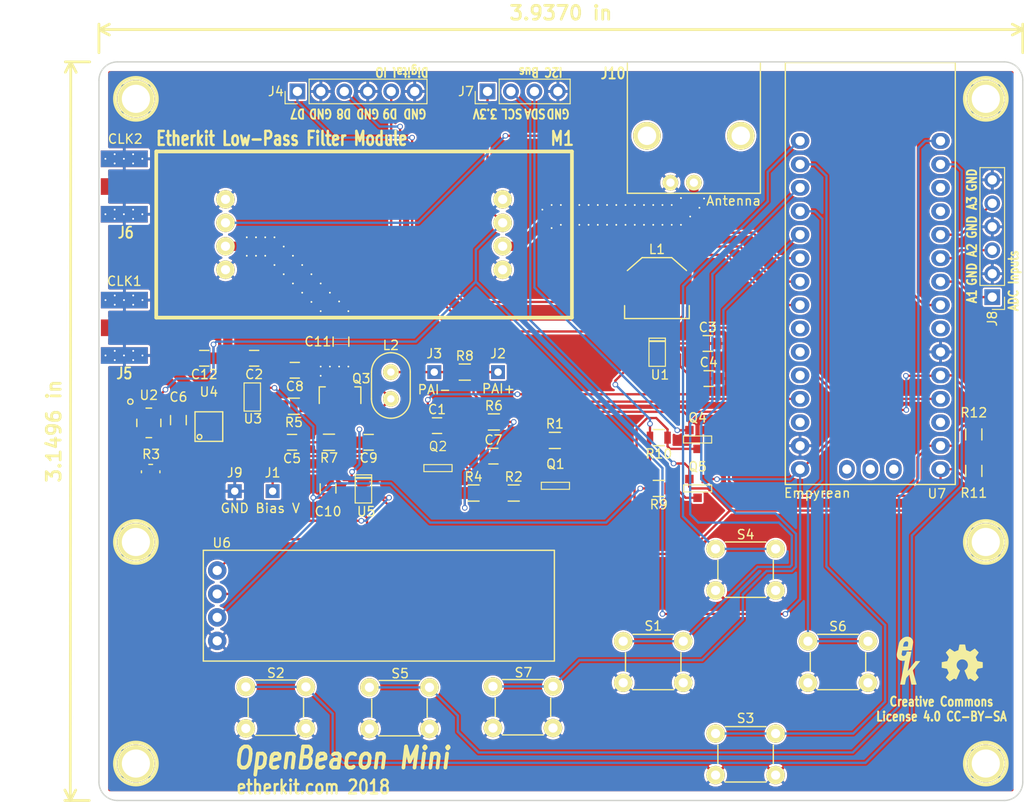
<source format=kicad_pcb>
(kicad_pcb (version 20171130) (host pcbnew 5.0.0-rc2-be01b52~65~ubuntu16.04.1)
  (title_block (title "OpenBeacon Mini") (date 2017-12-22) (rev A) (company Etherkit) (comment 4 "Creative Commons CC-BY-SA"))
  (layers (0 F.Cu signal) (31 B.Cu signal) (34 B.Paste user) (35 F.Paste user) (36 B.SilkS user) (37 F.SilkS user) (38 B.Mask user) (39 F.Mask user) (44 Edge.Cuts user))
  (net 0 "")
  (net 1 "Net-(C1-Pad1)")
  (net 2 "Net-(C1-Pad2)")
  (net 3 +5V)
  (net 4 GND)
  (net 5 "Net-(C5-Pad1)")
  (net 6 "Net-(C5-Pad2)")
  (net 7 +3.3V)
  (net 8 "Net-(C7-Pad1)")
  (net 9 "Net-(C11-Pad2)")
  (net 10 "Net-(C8-Pad2)")
  (net 11 "Net-(C9-Pad1)")
  (net 12 "Net-(C11-Pad1)")
  (net 13 "Net-(J3-Pad1)")
  (net 14 D7)
  (net 15 D8)
  (net 16 D9)
  (net 17 D10)
  (net 18 D11)
  (net 19 "Net-(J5-Pad1)")
  (net 20 "Net-(J6-Pad1)")
  (net 21 SCL)
  (net 22 SDA)
  (net 23 A1)
  (net 24 A2)
  (net 25 A3)
  (net 26 A4)
  (net 27 A5)
  (net 28 "Net-(L1-Pad1)")
  (net 29 BAND_ID)
  (net 30 "Net-(J10-Pad1)")
  (net 31 TX)
  (net 32 "Net-(Q1-Pad3)")
  (net 33 "Net-(Q2-Pad3)")
  (net 34 SDA_5V)
  (net 35 SCL_5V)
  (net 36 "Net-(R3-Pad1)")
  (net 37 "Net-(R3-Pad2)")
  (net 38 BTN_LEFT)
  (net 39 BTN_DSP_1)
  (net 40 BTN_DOWN)
  (net 41 BTN_UP)
  (net 42 BTN_DSP_2)
  (net 43 BTN_RIGHT)
  (net 44 BTN_BACK)
  (net 45 CLK0)
  (net 46 "Net-(U4-Pad3)")
  (net 47 "Net-(U7-Pad3)")
  (net 48 "Net-(U7-Pad28)")
  (net 49 "Net-(U7-Pad26)")
  (net 50 "Net-(U7-Pad7)")
  (net 51 "Net-(U7-Pad33)")
  (net 52 "Net-(U7-Pad32)")
  (net 53 "Net-(U7-Pad31)")
  (module EtherkitKicadLibrary:VIA (layer F.Cu) (at 162 65.5)
    (fp_text reference VIA hide)
    (fp_text value VAL** hide)
    (pad "" thru_hole circle (at 0 0) (size 0.2 0.2) (drill 0.15) (layers *.Cu *.Mask F.SilkS) (net 4 GND) (clearance 0.05))
  )
  (module EtherkitKicadLibrary:VIA (layer F.Cu) (at 161 65.5)
    (fp_text reference VIA hide)
    (fp_text value VAL** hide)
    (pad "" thru_hole circle (at 0 0) (size 0.2 0.2) (drill 0.15) (layers *.Cu *.Mask F.SilkS) (net 4 GND) (clearance 0.05))
  )
  (module EtherkitKicadLibrary:VIA (layer F.Cu) (at 160 65.5)
    (fp_text reference VIA hide)
    (fp_text value VAL** hide)
    (pad "" thru_hole circle (at 0 0) (size 0.2 0.2) (drill 0.15) (layers *.Cu *.Mask F.SilkS) (net 4 GND) (clearance 0.05))
  )
  (module EtherkitKicadLibrary:VIA (layer F.Cu) (at 159 65.5)
    (fp_text reference VIA hide)
    (fp_text value VAL** hide)
    (pad "" thru_hole circle (at 0 0) (size 0.2 0.2) (drill 0.15) (layers *.Cu *.Mask F.SilkS) (net 4 GND) (clearance 0.05))
  )
  (module EtherkitKicadLibrary:VIA (layer F.Cu) (at 158 65.5)
    (fp_text reference VIA hide)
    (fp_text value VAL** hide)
    (pad "" thru_hole circle (at 0 0) (size 0.2 0.2) (drill 0.15) (layers *.Cu *.Mask F.SilkS) (net 4 GND) (clearance 0.05))
  )
  (module EtherkitKicadLibrary:VIA (layer F.Cu) (at 157 65.5)
    (fp_text reference VIA hide)
    (fp_text value VAL** hide)
    (pad "" thru_hole circle (at 0 0) (size 0.2 0.2) (drill 0.15) (layers *.Cu *.Mask F.SilkS) (net 4 GND) (clearance 0.05))
  )
  (module EtherkitKicadLibrary:VIA (layer F.Cu) (at 156 65.5)
    (fp_text reference VIA hide)
    (fp_text value VAL** hide)
    (pad "" thru_hole circle (at 0 0) (size 0.2 0.2) (drill 0.15) (layers *.Cu *.Mask F.SilkS) (net 4 GND) (clearance 0.05))
  )
  (module EtherkitKicadLibrary:VIA (layer F.Cu) (at 155 65.5)
    (fp_text reference VIA hide)
    (fp_text value VAL** hide)
    (pad "" thru_hole circle (at 0 0) (size 0.2 0.2) (drill 0.15) (layers *.Cu *.Mask F.SilkS) (net 4 GND) (clearance 0.05))
  )
  (module EtherkitKicadLibrary:VIA (layer F.Cu) (at 154 65.5)
    (fp_text reference VIA hide)
    (fp_text value VAL** hide)
    (pad "" thru_hole circle (at 0 0) (size 0.2 0.2) (drill 0.15) (layers *.Cu *.Mask F.SilkS) (net 4 GND) (clearance 0.05))
  )
  (module EtherkitKicadLibrary:VIA (layer F.Cu) (at 153 65.5)
    (fp_text reference VIA hide)
    (fp_text value VAL** hide)
    (pad "" thru_hole circle (at 0 0) (size 0.2 0.2) (drill 0.15) (layers *.Cu *.Mask F.SilkS) (net 4 GND) (clearance 0.05))
  )
  (module EtherkitKicadLibrary:VIA (layer F.Cu) (at 163 64.75)
    (fp_text reference VIA hide)
    (fp_text value VAL** hide)
    (pad "" thru_hole circle (at 0 0) (size 0.2 0.2) (drill 0.15) (layers *.Cu *.Mask F.SilkS) (net 4 GND) (clearance 0.05))
  )
  (module EtherkitKicadLibrary:VIA (layer F.Cu) (at 165.5 64.8)
    (fp_text reference VIA hide)
    (fp_text value VAL** hide)
    (pad "" thru_hole circle (at 0 0) (size 0.2 0.2) (drill 0.15) (layers *.Cu *.Mask F.SilkS) (net 4 GND) (clearance 0.05))
  )
  (module EtherkitKicadLibrary:VIA (layer F.Cu) (at 165 65.8)
    (fp_text reference VIA hide)
    (fp_text value VAL** hide)
    (pad "" thru_hole circle (at 0 0) (size 0.2 0.2) (drill 0.15) (layers *.Cu *.Mask F.SilkS) (net 4 GND) (clearance 0.05))
  )
  (module EtherkitKicadLibrary:VIA (layer F.Cu) (at 164 66.75)
    (fp_text reference VIA hide)
    (fp_text value VAL** hide)
    (pad "" thru_hole circle (at 0 0) (size 0.2 0.2) (drill 0.15) (layers *.Cu *.Mask F.SilkS) (net 4 GND) (clearance 0.05))
  )
  (module EtherkitKicadLibrary:VIA (layer F.Cu) (at 163 67.65)
    (fp_text reference VIA hide)
    (fp_text value VAL** hide)
    (pad "" thru_hole circle (at 0 0) (size 0.2 0.2) (drill 0.15) (layers *.Cu *.Mask F.SilkS) (net 4 GND) (clearance 0.05))
  )
  (module EtherkitKicadLibrary:VIA (layer F.Cu) (at 162 67.65)
    (fp_text reference VIA hide)
    (fp_text value VAL** hide)
    (pad "" thru_hole circle (at 0 0) (size 0.2 0.2) (drill 0.15) (layers *.Cu *.Mask F.SilkS) (net 4 GND) (clearance 0.05))
  )
  (module EtherkitKicadLibrary:VIA (layer F.Cu) (at 161 67.65)
    (fp_text reference VIA hide)
    (fp_text value VAL** hide)
    (pad "" thru_hole circle (at 0 0) (size 0.2 0.2) (drill 0.15) (layers *.Cu *.Mask F.SilkS) (net 4 GND) (clearance 0.05))
  )
  (module EtherkitKicadLibrary:VIA (layer F.Cu) (at 160 67.65)
    (fp_text reference VIA hide)
    (fp_text value VAL** hide)
    (pad "" thru_hole circle (at 0 0) (size 0.2 0.2) (drill 0.15) (layers *.Cu *.Mask F.SilkS) (net 4 GND) (clearance 0.05))
  )
  (module EtherkitKicadLibrary:VIA (layer F.Cu) (at 159 67.65)
    (fp_text reference VIA hide)
    (fp_text value VAL** hide)
    (pad "" thru_hole circle (at 0 0) (size 0.2 0.2) (drill 0.15) (layers *.Cu *.Mask F.SilkS) (net 4 GND) (clearance 0.05))
  )
  (module EtherkitKicadLibrary:VIA (layer F.Cu) (at 158 67.65)
    (fp_text reference VIA hide)
    (fp_text value VAL** hide)
    (pad "" thru_hole circle (at 0 0) (size 0.2 0.2) (drill 0.15) (layers *.Cu *.Mask F.SilkS) (net 4 GND) (clearance 0.05))
  )
  (module EtherkitKicadLibrary:VIA (layer F.Cu) (at 157 67.65)
    (fp_text reference VIA hide)
    (fp_text value VAL** hide)
    (pad "" thru_hole circle (at 0 0) (size 0.2 0.2) (drill 0.15) (layers *.Cu *.Mask F.SilkS) (net 4 GND) (clearance 0.05))
  )
  (module EtherkitKicadLibrary:VIA (layer F.Cu) (at 156 67.65)
    (fp_text reference VIA hide)
    (fp_text value VAL** hide)
    (pad "" thru_hole circle (at 0 0) (size 0.2 0.2) (drill 0.15) (layers *.Cu *.Mask F.SilkS) (net 4 GND) (clearance 0.05))
  )
  (module EtherkitKicadLibrary:VIA (layer F.Cu) (at 155 67.65)
    (fp_text reference VIA hide)
    (fp_text value VAL** hide)
    (pad "" thru_hole circle (at 0 0) (size 0.2 0.2) (drill 0.15) (layers *.Cu *.Mask F.SilkS) (net 4 GND) (clearance 0.05))
  )
  (module EtherkitKicadLibrary:VIA (layer F.Cu) (at 154 67.65)
    (fp_text reference VIA hide)
    (fp_text value VAL** hide)
    (pad "" thru_hole circle (at 0 0) (size 0.2 0.2) (drill 0.15) (layers *.Cu *.Mask F.SilkS) (net 4 GND) (clearance 0.05))
  )
  (module EtherkitKicadLibrary:VIA (layer F.Cu) (at 153 67.65)
    (fp_text reference VIA hide)
    (fp_text value VAL** hide)
    (pad "" thru_hole circle (at 0 0) (size 0.2 0.2) (drill 0.15) (layers *.Cu *.Mask F.SilkS) (net 4 GND) (clearance 0.05))
  )
  (module EtherkitKicadLibrary:VIA (layer F.Cu) (at 152 65.5)
    (fp_text reference VIA hide)
    (fp_text value VAL** hide)
    (pad "" thru_hole circle (at 0 0) (size 0.2 0.2) (drill 0.15) (layers *.Cu *.Mask F.SilkS) (net 4 GND) (clearance 0.05))
  )
  (module EtherkitKicadLibrary:VIA (layer F.Cu) (at 150 67.65)
    (fp_text reference VIA hide)
    (fp_text value VAL** hide)
    (pad "" thru_hole circle (at 0 0) (size 0.2 0.2) (drill 0.15) (layers *.Cu *.Mask F.SilkS) (net 4 GND) (clearance 0.05))
  )
  (module EtherkitKicadLibrary:VIA (layer F.Cu) (at 150 65.5)
    (fp_text reference VIA hide)
    (fp_text value VAL** hide)
    (pad "" thru_hole circle (at 0 0) (size 0.2 0.2) (drill 0.15) (layers *.Cu *.Mask F.SilkS) (net 4 GND) (clearance 0.05))
  )
  (module EtherkitKicadLibrary:VIA (layer F.Cu) (at 149 65.5)
    (fp_text reference VIA hide)
    (fp_text value VAL** hide)
    (pad "" thru_hole circle (at 0 0) (size 0.2 0.2) (drill 0.15) (layers *.Cu *.Mask F.SilkS) (net 4 GND) (clearance 0.05))
  )
  (module EtherkitKicadLibrary:VIA (layer F.Cu) (at 149 68)
    (fp_text reference VIA hide)
    (fp_text value VAL** hide)
    (pad "" thru_hole circle (at 0 0) (size 0.2 0.2) (drill 0.15) (layers *.Cu *.Mask F.SilkS) (net 4 GND) (clearance 0.05))
  )
  (module EtherkitKicadLibrary:VIA (layer F.Cu) (at 152 67.65)
    (fp_text reference VIA hide)
    (fp_text value VAL** hide)
    (pad "" thru_hole circle (at 0 0) (size 0.2 0.2) (drill 0.15) (layers *.Cu *.Mask F.SilkS) (net 4 GND) (clearance 0.05))
  )
  (module EtherkitKicadLibrary:VIA (layer F.Cu) (at 148 66)
    (fp_text reference VIA hide)
    (fp_text value VAL** hide)
    (pad "" thru_hole circle (at 0 0) (size 0.2 0.2) (drill 0.15) (layers *.Cu *.Mask F.SilkS) (net 4 GND) (clearance 0.05))
  )
  (module EtherkitKicadLibrary:VIA (layer F.Cu) (at 127 77)
    (fp_text reference VIA hide)
    (fp_text value VAL** hide)
    (pad "" thru_hole circle (at 0 0) (size 0.2 0.2) (drill 0.15) (layers *.Cu *.Mask F.SilkS) (net 4 GND) (clearance 0.05))
  )
  (module EtherkitKicadLibrary:VIA (layer F.Cu) (at 126 75.95)
    (fp_text reference VIA hide)
    (fp_text value VAL** hide)
    (pad "" thru_hole circle (at 0 0) (size 0.2 0.2) (drill 0.15) (layers *.Cu *.Mask F.SilkS) (net 4 GND) (clearance 0.05))
  )
  (module EtherkitKicadLibrary:VIA (layer F.Cu) (at 125 75)
    (fp_text reference VIA hide)
    (fp_text value VAL** hide)
    (pad "" thru_hole circle (at 0 0) (size 0.2 0.2) (drill 0.15) (layers *.Cu *.Mask F.SilkS) (net 4 GND) (clearance 0.05))
  )
  (module EtherkitKicadLibrary:VIA (layer F.Cu) (at 124 74)
    (fp_text reference VIA hide)
    (fp_text value VAL** hide)
    (pad "" thru_hole circle (at 0 0) (size 0.2 0.2) (drill 0.15) (layers *.Cu *.Mask F.SilkS) (net 4 GND) (clearance 0.05))
  )
  (module EtherkitKicadLibrary:VIA (layer F.Cu) (at 123 73)
    (fp_text reference VIA hide)
    (fp_text value VAL** hide)
    (pad "" thru_hole circle (at 0 0) (size 0.2 0.2) (drill 0.15) (layers *.Cu *.Mask F.SilkS) (net 4 GND) (clearance 0.05))
  )
  (module EtherkitKicadLibrary:VIA (layer F.Cu) (at 122 72)
    (fp_text reference VIA hide)
    (fp_text value VAL** hide)
    (pad "" thru_hole circle (at 0 0) (size 0.2 0.2) (drill 0.15) (layers *.Cu *.Mask F.SilkS) (net 4 GND) (clearance 0.05))
  )
  (module EtherkitKicadLibrary:VIA (layer F.Cu) (at 121 71)
    (fp_text reference VIA hide)
    (fp_text value VAL** hide)
    (pad "" thru_hole circle (at 0 0) (size 0.2 0.2) (drill 0.15) (layers *.Cu *.Mask F.SilkS) (net 4 GND) (clearance 0.05))
  )
  (module EtherkitKicadLibrary:VIA (layer F.Cu) (at 120 70)
    (fp_text reference VIA hide)
    (fp_text value VAL** hide)
    (pad "" thru_hole circle (at 0 0) (size 0.2 0.2) (drill 0.15) (layers *.Cu *.Mask F.SilkS) (net 4 GND) (clearance 0.05))
  )
  (module EtherkitKicadLibrary:VIA (layer F.Cu) (at 119 69)
    (fp_text reference VIA hide)
    (fp_text value VAL** hide)
    (pad "" thru_hole circle (at 0 0) (size 0.2 0.2) (drill 0.15) (layers *.Cu *.Mask F.SilkS) (net 4 GND) (clearance 0.05))
  )
  (module EtherkitKicadLibrary:VIA (layer F.Cu) (at 118 69)
    (fp_text reference VIA hide)
    (fp_text value VAL** hide)
    (pad "" thru_hole circle (at 0 0) (size 0.2 0.2) (drill 0.15) (layers *.Cu *.Mask F.SilkS) (net 4 GND) (clearance 0.05))
  )
  (module EtherkitKicadLibrary:VIA (layer F.Cu) (at 117 69)
    (fp_text reference VIA hide)
    (fp_text value VAL** hide)
    (pad "" thru_hole circle (at 0 0) (size 0.2 0.2) (drill 0.15) (layers *.Cu *.Mask F.SilkS) (net 4 GND) (clearance 0.05))
  )
  (module EtherkitKicadLibrary:VIA (layer F.Cu) (at 116 69)
    (fp_text reference VIA hide)
    (fp_text value VAL** hide)
    (pad "" thru_hole circle (at 0 0) (size 0.2 0.2) (drill 0.15) (layers *.Cu *.Mask F.SilkS) (net 4 GND) (clearance 0.05))
  )
  (module EtherkitKicadLibrary:VIA (layer F.Cu) (at 116 71)
    (fp_text reference VIA hide)
    (fp_text value VAL** hide)
    (pad "" thru_hole circle (at 0 0) (size 0.2 0.2) (drill 0.15) (layers *.Cu *.Mask F.SilkS) (net 4 GND) (clearance 0.05))
  )
  (module EtherkitKicadLibrary:VIA (layer F.Cu) (at 117 71)
    (fp_text reference VIA hide)
    (fp_text value VAL** hide)
    (pad "" thru_hole circle (at 0 0) (size 0.2 0.2) (drill 0.15) (layers *.Cu *.Mask F.SilkS) (net 4 GND) (clearance 0.05))
  )
  (module EtherkitKicadLibrary:VIA (layer F.Cu) (at 118 71)
    (fp_text reference VIA hide)
    (fp_text value VAL** hide)
    (pad "" thru_hole circle (at 0 0) (size 0.2 0.2) (drill 0.15) (layers *.Cu *.Mask F.SilkS) (net 4 GND) (clearance 0.05))
  )
  (module EtherkitKicadLibrary:VIA (layer F.Cu) (at 119 72)
    (fp_text reference VIA hide)
    (fp_text value VAL** hide)
    (pad "" thru_hole circle (at 0 0) (size 0.2 0.2) (drill 0.15) (layers *.Cu *.Mask F.SilkS) (net 4 GND) (clearance 0.05))
  )
  (module EtherkitKicadLibrary:VIA (layer F.Cu) (at 120 73)
    (fp_text reference VIA hide)
    (fp_text value VAL** hide)
    (pad "" thru_hole circle (at 0 0) (size 0.2 0.2) (drill 0.15) (layers *.Cu *.Mask F.SilkS) (net 4 GND) (clearance 0.05))
  )
  (module EtherkitKicadLibrary:VIA (layer F.Cu) (at 121 74)
    (fp_text reference VIA hide)
    (fp_text value VAL** hide)
    (pad "" thru_hole circle (at 0 0) (size 0.2 0.2) (drill 0.15) (layers *.Cu *.Mask F.SilkS) (net 4 GND) (clearance 0.05))
  )
  (module EtherkitKicadLibrary:VIA (layer F.Cu) (at 123 76)
    (fp_text reference VIA hide)
    (fp_text value VAL** hide)
    (pad "" thru_hole circle (at 0 0) (size 0.2 0.2) (drill 0.15) (layers *.Cu *.Mask F.SilkS) (net 4 GND) (clearance 0.05))
  )
  (module EtherkitKicadLibrary:VIA (layer F.Cu) (at 122 75)
    (fp_text reference VIA hide)
    (fp_text value VAL** hide)
    (pad "" thru_hole circle (at 0 0) (size 0.2 0.2) (drill 0.15) (layers *.Cu *.Mask F.SilkS) (net 4 GND) (clearance 0.05))
  )
  (module EtherkitKicadLibrary:VIA (layer F.Cu) (at 124 77)
    (fp_text reference VIA hide)
    (fp_text value VAL** hide)
    (pad "" thru_hole circle (at 0 0) (size 0.2 0.2) (drill 0.15) (layers *.Cu *.Mask F.SilkS) (net 4 GND) (clearance 0.05))
  )
  (module EtherkitKicadLibrary:VIA (layer F.Cu) (at 127 83)
    (fp_text reference VIA hide)
    (fp_text value VAL** hide)
    (pad "" thru_hole circle (at 0 0) (size 0.2 0.2) (drill 0.15) (layers *.Cu *.Mask F.SilkS) (net 4 GND) (clearance 0.05))
  )
  (module EtherkitKicadLibrary:VIA (layer F.Cu) (at 126 83)
    (fp_text reference VIA hide)
    (fp_text value VAL** hide)
    (pad "" thru_hole circle (at 0 0) (size 0.2 0.2) (drill 0.15) (layers *.Cu *.Mask F.SilkS) (net 4 GND) (clearance 0.05))
  )
  (module EtherkitKicadLibrary:VIA (layer F.Cu) (at 125 83)
    (fp_text reference VIA hide)
    (fp_text value VAL** hide)
    (pad "" thru_hole circle (at 0 0) (size 0.2 0.2) (drill 0.15) (layers *.Cu *.Mask F.SilkS) (net 4 GND) (clearance 0.05))
  )
  (module EtherkitKicadLibrary:VIA (layer F.Cu) (at 124 83)
    (fp_text reference VIA hide)
    (fp_text value VAL** hide)
    (pad "" thru_hole circle (at 0 0) (size 0.2 0.2) (drill 0.15) (layers *.Cu *.Mask F.SilkS) (net 4 GND) (clearance 0.05))
  )
  (module EtherkitKicadLibrary:MOUNTINGHOLE-4MM (layer F.Cu) (at 196 102)
    (fp_text reference 1PIN hide)
    (fp_text value P*** hide)
    (pad 1 thru_hole circle (at 0 0) (size 4.064 4.064) (drill 3.048) (layers *.Cu *.Mask F.SilkS) (net 4 GND))
  )
  (module EtherkitKicadLibrary:MOUNTINGHOLE-4MM (layer F.Cu) (at 104 102)
    (fp_text reference 1PIN hide)
    (fp_text value P*** hide)
    (pad 1 thru_hole circle (at 0 0) (size 4.064 4.064) (drill 3.048) (layers *.Cu *.Mask F.SilkS) (net 4 GND))
  )
  (module EtherkitKicadLibrary:MOUNTINGHOLE-4MM (layer F.Cu) (at 104 54)
    (fp_text reference 1PIN hide)
    (fp_text value P*** hide)
    (pad 1 thru_hole circle (at 0 0) (size 4.064 4.064) (drill 3.048) (layers *.Cu *.Mask F.SilkS) (net 4 GND))
  )
  (module EtherkitKicadLibrary:MOUNTINGHOLE-4MM (layer F.Cu) (at 104 126)
    (fp_text reference 1PIN hide)
    (fp_text value P*** hide)
    (pad 1 thru_hole circle (at 0 0) (size 4.064 4.064) (drill 3.048) (layers *.Cu *.Mask F.SilkS) (net 4 GND))
  )
  (module EtherkitKicadLibrary:MOUNTINGHOLE-4MM (layer F.Cu) (at 196 126)
    (fp_text reference 1PIN hide)
    (fp_text value P*** hide)
    (pad 1 thru_hole circle (at 0 0) (size 4.064 4.064) (drill 3.048) (layers *.Cu *.Mask F.SilkS) (net 4 GND))
  )
  (module EtherkitKicadLibrary:C_0805 (layer F.Cu) (at 136.6 89.4)
    (fp_text reference C1 (at 0 -1.75) (layer F.SilkS))
    (fp_text value 10n hide)
    (pad 1 smd rect (at -1 0) (size 1 1.25) (layers F.Cu F.Paste F.Mask) (net 1 "Net-(C1-Pad1)"))
    (pad 2 smd rect (at 1 0) (size 1 1.25) (layers F.Cu F.Paste F.Mask) (net 2 "Net-(C1-Pad2)"))
  )
  (module EtherkitKicadLibrary:C_0805 (layer F.Cu) (at 116.8 82.1 180)
    (fp_text reference C2 (at 0 -1.75 180) (layer F.SilkS))
    (fp_text value 100n hide)
    (pad 1 smd rect (at -1 0 180) (size 1 1.25) (layers F.Cu F.Paste F.Mask) (net 3 +5V))
    (pad 2 smd rect (at 1 0 180) (size 1 1.25) (layers F.Cu F.Paste F.Mask) (net 4 GND))
  )
  (module EtherkitKicadLibrary:C_0805 (layer F.Cu) (at 165.9 80.5)
    (fp_text reference C3 (at 0 -1.75) (layer F.SilkS))
    (fp_text value 2.2u hide)
    (pad 1 smd rect (at -1 0) (size 1 1.25) (layers F.Cu F.Paste F.Mask) (net 3 +5V))
    (pad 2 smd rect (at 1 0) (size 1 1.25) (layers F.Cu F.Paste F.Mask) (net 4 GND))
  )
  (module EtherkitKicadLibrary:C_0805 (layer F.Cu) (at 166 84.3)
    (fp_text reference C4 (at 0 -1.75) (layer F.SilkS))
    (fp_text value 10u hide)
    (pad 1 smd rect (at -1 0) (size 1 1.25) (layers F.Cu F.Paste F.Mask) (net 1 "Net-(C1-Pad1)"))
    (pad 2 smd rect (at 1 0) (size 1 1.25) (layers F.Cu F.Paste F.Mask) (net 4 GND))
  )
  (module EtherkitKicadLibrary:C_0805 (layer F.Cu) (at 120.9 91.2 180)
    (fp_text reference C5 (at 0 -1.75 180) (layer F.SilkS))
    (fp_text value 100n hide)
    (pad 1 smd rect (at -1 0 180) (size 1 1.25) (layers F.Cu F.Paste F.Mask) (net 5 "Net-(C5-Pad1)"))
    (pad 2 smd rect (at 1 0 180) (size 1 1.25) (layers F.Cu F.Paste F.Mask) (net 6 "Net-(C5-Pad2)"))
  )
  (module EtherkitKicadLibrary:C_0805 (layer F.Cu) (at 108.6 88.8 90)
    (fp_text reference C6 (at 2.5 0 180) (layer F.SilkS))
    (fp_text value 100n hide)
    (pad 1 smd rect (at -1 0 90) (size 1 1.25) (layers F.Cu F.Paste F.Mask) (net 7 +3.3V))
    (pad 2 smd rect (at 1 0 90) (size 1 1.25) (layers F.Cu F.Paste F.Mask) (net 4 GND))
  )
  (module EtherkitKicadLibrary:C_0805 (layer F.Cu) (at 142.7 92.7)
    (fp_text reference C7 (at 0 -1.75) (layer F.SilkS))
    (fp_text value 1u hide)
    (pad 1 smd rect (at -1 0) (size 1 1.25) (layers F.Cu F.Paste F.Mask) (net 8 "Net-(C7-Pad1)"))
    (pad 2 smd rect (at 1 0) (size 1 1.25) (layers F.Cu F.Paste F.Mask) (net 4 GND))
  )
  (module EtherkitKicadLibrary:C_0805 (layer F.Cu) (at 121.2 83.4 180)
    (fp_text reference C8 (at 0 -1.75 180) (layer F.SilkS))
    (fp_text value 100n hide)
    (pad 1 smd rect (at -1 0 180) (size 1 1.25) (layers F.Cu F.Paste F.Mask) (net 9 "Net-(C11-Pad2)"))
    (pad 2 smd rect (at 1 0 180) (size 1 1.25) (layers F.Cu F.Paste F.Mask) (net 10 "Net-(C8-Pad2)"))
  )
  (module EtherkitKicadLibrary:C_0805 (layer F.Cu) (at 129.2 91.2)
    (fp_text reference C9 (at 0 1.7 180) (layer F.SilkS))
    (fp_text value 1u hide)
    (pad 1 smd rect (at -1 0) (size 1 1.25) (layers F.Cu F.Paste F.Mask) (net 11 "Net-(C9-Pad1)"))
    (pad 2 smd rect (at 1 0) (size 1 1.25) (layers F.Cu F.Paste F.Mask) (net 4 GND))
  )
  (module EtherkitKicadLibrary:C_0805 (layer F.Cu) (at 124.8 96.2 90)
    (fp_text reference C10 (at -2.5 0 180) (layer F.SilkS))
    (fp_text value 100n hide)
    (pad 1 smd rect (at -1 0 90) (size 1 1.25) (layers F.Cu F.Paste F.Mask) (net 3 +5V))
    (pad 2 smd rect (at 1 0 90) (size 1 1.25) (layers F.Cu F.Paste F.Mask) (net 4 GND))
  )
  (module EtherkitKicadLibrary:C_0805 (layer F.Cu) (at 126.2 80.3 270)
    (fp_text reference C11 (at 0 2.5) (layer F.SilkS))
    (fp_text value 100n hide)
    (pad 1 smd rect (at -1 0 270) (size 1 1.25) (layers F.Cu F.Paste F.Mask) (net 12 "Net-(C11-Pad1)"))
    (pad 2 smd rect (at 1 0 270) (size 1 1.25) (layers F.Cu F.Paste F.Mask) (net 9 "Net-(C11-Pad2)"))
  )
  (module EtherkitKicadLibrary:C_0805 (layer F.Cu) (at 111.4 82.1 180)
    (fp_text reference C12 (at 0 -1.75 180) (layer F.SilkS))
    (fp_text value 100n hide)
    (pad 1 smd rect (at -1 0 180) (size 1 1.25) (layers F.Cu F.Paste F.Mask) (net 7 +3.3V))
    (pad 2 smd rect (at 1 0 180) (size 1 1.25) (layers F.Cu F.Paste F.Mask) (net 4 GND))
  )
  (module Measurement_Points:Measurement_Point_Square-TH_Small (layer F.Cu) (at 118.8 96.5)
    (fp_text reference J1 (at 0 -2) (layer F.SilkS))
    (fp_text value "Bias V" hide)
    (pad 1 thru_hole rect (at 0 0) (size 1.5 1.5) (drill 0.8) (layers *.Cu *.Mask) (net 11 "Net-(C9-Pad1)"))
  )
  (module Measurement_Points:Measurement_Point_Square-TH_Small (layer F.Cu) (at 143.2 83.6)
    (fp_text reference J2 (at 0 -2) (layer F.SilkS))
    (fp_text value PAI+ hide)
    (pad 1 thru_hole rect (at 0 0) (size 1.5 1.5) (drill 0.8) (layers *.Cu *.Mask) (net 8 "Net-(C7-Pad1)"))
  )
  (module Measurement_Points:Measurement_Point_Square-TH_Small (layer F.Cu) (at 136.3 83.6)
    (fp_text reference J3 (at 0 -2) (layer F.SilkS))
    (fp_text value PAI- hide)
    (pad 1 thru_hole rect (at 0 0) (size 1.5 1.5) (drill 0.8) (layers *.Cu *.Mask) (net 13 "Net-(J3-Pad1)"))
  )
  (module EtherkitKicadLibrary:SMA-ENDLAUNCH (layer F.Cu) (at 100.21 78.8 270)
    (fp_text reference J5 (at 4.95 -2.54) (layer F.SilkS) (effects (font (size 1.2 1) (thickness 0.2))))
    (fp_text value SMA hide)
    (pad 1 smd rect (at 0 -2.54 270) (size 1.8 5.08) (layers F.Cu F.Mask) (net 19 "Net-(J5-Pad1)"))
    (pad 2 smd rect (at 3 -2.54 270) (size 1.8 5.08) (layers B.Cu B.Mask) (net 4 GND))
    (pad 2 smd rect (at -3 -2.54 270) (size 1.8 5.08) (layers F.Cu F.Mask) (net 4 GND))
    (pad 2 thru_hole circle (at 3 -0.5 270) (size 0.3 0.3) (drill 0.2) (layers *.Cu *.Mask) (net 4 GND))
    (pad 2 thru_hole circle (at 3 -4.5 270) (size 0.3 0.3) (drill 0.2) (layers *.Cu *.Mask) (net 4 GND))
    (pad 2 thru_hole circle (at 2.5 -3.5 270) (size 0.3 0.3) (drill 0.2) (layers *.Cu *.Mask) (net 4 GND))
    (pad 2 thru_hole circle (at 3.5 -3.5 270) (size 0.3 0.3) (drill 0.2) (layers *.Cu *.Mask) (net 4 GND))
    (pad 2 thru_hole circle (at 3 -2.5 270) (size 0.3 0.3) (drill 0.2) (layers *.Cu *.Mask) (net 4 GND))
    (pad 2 thru_hole circle (at 2.5 -1.5 270) (size 0.3 0.3) (drill 0.2) (layers *.Cu *.Mask) (net 4 GND))
    (pad 2 thru_hole circle (at 3.5 -1.5 270) (size 0.3 0.3) (drill 0.2) (layers *.Cu *.Mask) (net 4 GND))
    (pad 2 thru_hole circle (at -3 -0.5 270) (size 0.3 0.3) (drill 0.2) (layers *.Cu *.Mask) (net 4 GND))
    (pad 2 thru_hole circle (at -3 -4.5 270) (size 0.3 0.3) (drill 0.2) (layers *.Cu *.Mask) (net 4 GND))
    (pad 2 thru_hole circle (at -3.5 -3.5 270) (size 0.3 0.3) (drill 0.2) (layers *.Cu *.Mask) (net 4 GND))
    (pad 2 thru_hole circle (at -2.5 -3.5 270) (size 0.3 0.3) (drill 0.2) (layers *.Cu *.Mask) (net 4 GND))
    (pad 2 thru_hole circle (at -3 -2.5 270) (size 0.3 0.3) (drill 0.2) (layers *.Cu *.Mask) (net 4 GND))
    (pad 2 thru_hole circle (at -3.5 -1.5 270) (size 0.3 0.3) (drill 0.2) (layers *.Cu *.Mask) (net 4 GND))
    (pad 2 thru_hole circle (at -2.5 -1.5 270) (size 0.3 0.3) (drill 0.2) (layers *.Cu *.Mask) (net 4 GND))
    (pad 2 smd rect (at 3 -2.54 270) (size 1.8 5.08) (layers F.Cu F.Mask) (net 4 GND))
    (pad 2 smd rect (at -3 -2.54 270) (size 1.8 5.08) (layers B.Cu B.Mask) (net 4 GND))
  )
  (module EtherkitKicadLibrary:SMA-ENDLAUNCH (layer F.Cu) (at 100.2 63.5 270)
    (fp_text reference J6 (at 5 -2.7) (layer F.SilkS) (effects (font (size 1.2 1) (thickness 0.2))))
    (fp_text value SMA hide)
    (pad 1 smd rect (at 0 -2.54 270) (size 1.8 5.08) (layers F.Cu F.Mask) (net 20 "Net-(J6-Pad1)"))
    (pad 2 smd rect (at 3 -2.54 270) (size 1.8 5.08) (layers B.Cu B.Mask) (net 4 GND))
    (pad 2 smd rect (at -3 -2.54 270) (size 1.8 5.08) (layers F.Cu F.Mask) (net 4 GND))
    (pad 2 thru_hole circle (at 3 -0.5 270) (size 0.3 0.3) (drill 0.2) (layers *.Cu *.Mask) (net 4 GND))
    (pad 2 thru_hole circle (at 3 -4.5 270) (size 0.3 0.3) (drill 0.2) (layers *.Cu *.Mask) (net 4 GND))
    (pad 2 thru_hole circle (at 2.5 -3.5 270) (size 0.3 0.3) (drill 0.2) (layers *.Cu *.Mask) (net 4 GND))
    (pad 2 thru_hole circle (at 3.5 -3.5 270) (size 0.3 0.3) (drill 0.2) (layers *.Cu *.Mask) (net 4 GND))
    (pad 2 thru_hole circle (at 3 -2.5 270) (size 0.3 0.3) (drill 0.2) (layers *.Cu *.Mask) (net 4 GND))
    (pad 2 thru_hole circle (at 2.5 -1.5 270) (size 0.3 0.3) (drill 0.2) (layers *.Cu *.Mask) (net 4 GND))
    (pad 2 thru_hole circle (at 3.5 -1.5 270) (size 0.3 0.3) (drill 0.2) (layers *.Cu *.Mask) (net 4 GND))
    (pad 2 thru_hole circle (at -3 -0.5 270) (size 0.3 0.3) (drill 0.2) (layers *.Cu *.Mask) (net 4 GND))
    (pad 2 thru_hole circle (at -3 -4.5 270) (size 0.3 0.3) (drill 0.2) (layers *.Cu *.Mask) (net 4 GND))
    (pad 2 thru_hole circle (at -3.5 -3.5 270) (size 0.3 0.3) (drill 0.2) (layers *.Cu *.Mask) (net 4 GND))
    (pad 2 thru_hole circle (at -2.5 -3.5 270) (size 0.3 0.3) (drill 0.2) (layers *.Cu *.Mask) (net 4 GND))
    (pad 2 thru_hole circle (at -3 -2.5 270) (size 0.3 0.3) (drill 0.2) (layers *.Cu *.Mask) (net 4 GND))
    (pad 2 thru_hole circle (at -3.5 -1.5 270) (size 0.3 0.3) (drill 0.2) (layers *.Cu *.Mask) (net 4 GND))
    (pad 2 thru_hole circle (at -2.5 -1.5 270) (size 0.3 0.3) (drill 0.2) (layers *.Cu *.Mask) (net 4 GND))
    (pad 2 smd rect (at 3 -2.54 270) (size 1.8 5.08) (layers F.Cu F.Mask) (net 4 GND))
    (pad 2 smd rect (at -3 -2.54 270) (size 1.8 5.08) (layers B.Cu B.Mask) (net 4 GND))
  )
  (module Pin_Headers:Pin_Header_Straight_1x04_Pitch2.54mm (layer F.Cu) (at 142.06 53.2 90)
    (fp_text reference J7 (at 0 -2.33 180) (layer F.SilkS))
    (fp_text value "I2C Bus" hide)
    (pad 1 thru_hole rect (at 0 0 90) (size 1.7 1.7) (drill 1) (layers *.Cu *.Mask) (net 7 +3.3V))
    (pad 2 thru_hole oval (at 0 2.54 90) (size 1.7 1.7) (drill 1) (layers *.Cu *.Mask) (net 21 SCL))
    (pad 3 thru_hole oval (at 0 5.08 90) (size 1.7 1.7) (drill 1) (layers *.Cu *.Mask) (net 22 SDA))
    (pad 4 thru_hole oval (at 0 7.62 90) (size 1.7 1.7) (drill 1) (layers *.Cu *.Mask) (net 4 GND))
  )
  (module Measurement_Points:Measurement_Point_Square-TH_Small (layer F.Cu) (at 114.7 96.5)
    (fp_text reference J9 (at 0 -2) (layer F.SilkS))
    (fp_text value GND hide)
    (pad 1 thru_hole rect (at 0 0) (size 1.5 1.5) (drill 0.8) (layers *.Cu *.Mask) (net 4 GND))
  )
  (module EtherkitKicadLibrary:Murata100M (layer F.Cu) (at 160.4 74.5)
    (fp_text reference L1 (at 0 -4.2) (layer F.SilkS))
    (fp_text value FDSD0420-H-100M-P3 hide)
    (pad 1 smd rect (at -2.8 0) (size 1.9 3.5) (layers F.Cu F.Paste F.Mask) (net 28 "Net-(L1-Pad1)"))
    (pad 2 smd rect (at 2.8 0) (size 1.9 3.5) (layers F.Cu F.Paste F.Mask) (net 3 +5V))
  )
  (module EtherkitKicadLibrary:BN2402 (layer F.Cu) (at 131.6 81.5 180)
    (fp_text reference L2 (at 0 0.8 180) (layer F.SilkS))
    (fp_text value "FB2402-61 5T" hide)
    (pad 1 thru_hole circle (at 0 -2.1 180) (size 1.7 1.7) (drill 0.8) (layers *.Cu *.Mask F.SilkS) (net 13 "Net-(J3-Pad1)"))
    (pad 2 thru_hole circle (at 0 -5 180) (size 1.7 1.7) (drill 0.8) (layers *.Cu *.Mask F.SilkS) (net 9 "Net-(C11-Pad2)"))
  )
  (module EtherkitKicadLibrary:LPFModule (layer F.Cu) (at 128.7 68.7)
    (fp_text reference M1 (at 21.45 -10.4) (layer F.SilkS) (effects (font (size 1.5 1.2) (thickness 0.25))))
    (fp_text value LPFModule hide)
    (pad 2 thru_hole circle (at -15 -1.27) (size 2 2) (drill 1) (layers *.Cu *.Mask F.SilkS) (net 29 BAND_ID))
    (pad 7 thru_hole circle (at 15 -1.27) (size 2 2) (drill 1) (layers *.Cu *.Mask F.SilkS) (net 7 +3.3V))
    (pad 1 thru_hole circle (at -15 -3.81) (size 2 2) (drill 1) (layers *.Cu *.Mask F.SilkS) (net 4 GND))
    (pad 3 thru_hole circle (at -15 1.27) (size 2 2) (drill 1) (layers *.Cu *.Mask F.SilkS) (net 12 "Net-(C11-Pad1)"))
    (pad 8 thru_hole circle (at 15 -3.81) (size 2 2) (drill 1) (layers *.Cu *.Mask F.SilkS) (net 4 GND))
    (pad 6 thru_hole circle (at 15 1.27) (size 2 2) (drill 1) (layers *.Cu *.Mask F.SilkS) (net 30 "Net-(J10-Pad1)"))
    (pad 4 thru_hole circle (at -15 3.81) (size 2 2) (drill 1) (layers *.Cu *.Mask F.SilkS) (net 4 GND))
    (pad 5 thru_hole circle (at 15 3.81) (size 2 2) (drill 1) (layers *.Cu *.Mask F.SilkS) (net 4 GND))
  )
  (module EtherkitKicadLibrary:SOT23-2N7002 (layer F.Cu) (at 149.411 95.916)
    (fp_text reference Q1 (at 0 -2.35) (layer F.SilkS))
    (fp_text value 2N7002 hide)
    (pad 1 smd rect (at -0.889 -1.016) (size 0.9144 0.9144) (layers F.Cu F.Paste F.Mask) (net 4 GND))
    (pad 2 smd rect (at 0.889 -1.016) (size 0.9144 0.9144) (layers F.Cu F.Paste F.Mask) (net 31 TX))
    (pad 3 smd rect (at 0 1.016) (size 0.9144 0.9144) (layers F.Cu F.Paste F.Mask) (net 32 "Net-(Q1-Pad3)"))
  )
  (module EtherkitKicadLibrary:SOT23-MMBT440X (layer F.Cu) (at 136.7 94)
    (fp_text reference Q2 (at 0 -2.35) (layer F.SilkS) (effects (font (thickness 0.12954))))
    (fp_text value MMBT4403 hide)
    (pad 1 smd rect (at -0.889 -1.016) (size 0.9144 0.9144) (layers F.Cu F.Paste F.Mask) (net 1 "Net-(C1-Pad1)"))
    (pad 2 smd rect (at 0.889 -1.016) (size 0.9144 0.9144) (layers F.Cu F.Paste F.Mask) (net 2 "Net-(C1-Pad2)"))
    (pad 3 smd rect (at 0 1.016) (size 0.9144 0.9144) (layers F.Cu F.Paste F.Mask) (net 33 "Net-(Q2-Pad3)"))
  )
  (module EtherkitKicadLibrary:SOT89-3 (layer F.Cu) (at 126.1 86.5)
    (fp_text reference Q3 (at 2.3 -2.2) (layer F.SilkS))
    (fp_text value RD00HVS1 hide)
    (pad 1 smd rect (at -1.50114 1.85166) (size 1.00076 1.50114) (layers F.Cu F.Paste F.Mask) (net 4 GND))
    (pad 2 smd rect (at 0 1.85166) (size 1.00076 1.50114) (layers F.Cu F.Paste F.Mask) (net 5 "Net-(C5-Pad1)"))
    (pad 3 smd rect (at 1.50114 1.85166) (size 1.00076 1.50114) (layers F.Cu F.Paste F.Mask) (net 9 "Net-(C11-Pad2)"))
    (pad 2 smd rect (at 0 -1.09982) (size 1.99898 2.99974) (layers F.Cu F.Paste F.Mask) (net 5 "Net-(C5-Pad1)"))
    (pad 2 smd trapezoid (at 0 0.7493 180) (size 1.50114 0.7493) (rect_delta 0 0.50038) (layers F.Cu F.Paste F.Mask) (net 5 "Net-(C5-Pad1)"))
  )
  (module EtherkitKicadLibrary:SOT23-2N7002 (layer F.Cu) (at 164.8 90.9)
    (fp_text reference Q4 (at 0 -2.35) (layer F.SilkS))
    (fp_text value 2N7002 hide)
    (pad 1 smd rect (at -0.889 -1.016) (size 0.9144 0.9144) (layers F.Cu F.Paste F.Mask) (net 22 SDA))
    (pad 2 smd rect (at 0.889 -1.016) (size 0.9144 0.9144) (layers F.Cu F.Paste F.Mask) (net 7 +3.3V))
    (pad 3 smd rect (at 0 1.016) (size 0.9144 0.9144) (layers F.Cu F.Paste F.Mask) (net 34 SDA_5V))
  )
  (module EtherkitKicadLibrary:SOT23-2N7002 (layer F.Cu) (at 164.8 96.2)
    (fp_text reference Q5 (at 0 -2.35) (layer F.SilkS))
    (fp_text value 2N7002 hide)
    (pad 1 smd rect (at -0.889 -1.016) (size 0.9144 0.9144) (layers F.Cu F.Paste F.Mask) (net 21 SCL))
    (pad 2 smd rect (at 0.889 -1.016) (size 0.9144 0.9144) (layers F.Cu F.Paste F.Mask) (net 7 +3.3V))
    (pad 3 smd rect (at 0 1.016) (size 0.9144 0.9144) (layers F.Cu F.Paste F.Mask) (net 35 SCL_5V))
  )
  (module EtherkitKicadLibrary:R_0805 (layer F.Cu) (at 149.35 91 180)
    (fp_text reference R1 (at 0 1.8 180) (layer F.SilkS))
    (fp_text value 22k hide)
    (pad 1 smd rect (at -0.95 0 180) (size 0.7 1.3) (layers F.Cu F.Paste F.Mask) (net 31 TX))
    (pad 2 smd rect (at 0.95 0 180) (size 0.7 1.3) (layers F.Cu F.Paste F.Mask) (net 4 GND))
  )
  (module EtherkitKicadLibrary:R_0805 (layer F.Cu) (at 144.9 96.7)
    (fp_text reference R2 (at 0 -1.75) (layer F.SilkS))
    (fp_text value 22k hide)
    (pad 1 smd rect (at -0.95 0) (size 0.7 1.3) (layers F.Cu F.Paste F.Mask) (net 2 "Net-(C1-Pad2)"))
    (pad 2 smd rect (at 0.95 0) (size 0.7 1.3) (layers F.Cu F.Paste F.Mask) (net 32 "Net-(Q1-Pad3)"))
  )
  (module EtherkitKicadLibrary:PAT1220 (layer F.Cu) (at 105.6 94.4)
    (fp_text reference R3 (at 0.05 -1.9) (layer F.SilkS))
    (fp_text value PAT1220-C-10dB hide)
    (pad 1 smd rect (at -0.75 -0.6) (size 0.8 0.7) (layers F.Cu F.Paste F.Mask) (net 36 "Net-(R3-Pad1)"))
    (pad 2 smd rect (at 0.75 -0.6) (size 0.8 0.7) (layers F.Cu F.Paste F.Mask) (net 37 "Net-(R3-Pad2)"))
    (pad 3 smd rect (at 0 0.6) (size 2.4 0.7) (layers F.Cu F.Paste F.Mask) (net 4 GND))
  )
  (module EtherkitKicadLibrary:R_0805 (layer F.Cu) (at 140.55 96.7)
    (fp_text reference R4 (at 0 -1.75) (layer F.SilkS))
    (fp_text value 22k hide)
    (pad 1 smd rect (at -0.95 0) (size 0.7 1.3) (layers F.Cu F.Paste F.Mask) (net 33 "Net-(Q2-Pad3)"))
    (pad 2 smd rect (at 0.95 0) (size 0.7 1.3) (layers F.Cu F.Paste F.Mask) (net 2 "Net-(C1-Pad2)"))
  )
  (module EtherkitKicadLibrary:R_0805 (layer F.Cu) (at 121.1 87.3 180)
    (fp_text reference R5 (at 0 -1.75 180) (layer F.SilkS))
    (fp_text value 3.3k hide)
    (pad 1 smd rect (at -0.95 0 180) (size 0.7 1.3) (layers F.Cu F.Paste F.Mask) (net 10 "Net-(C8-Pad2)"))
    (pad 2 smd rect (at 0.95 0 180) (size 0.7 1.3) (layers F.Cu F.Paste F.Mask) (net 6 "Net-(C5-Pad2)"))
  )
  (module EtherkitKicadLibrary:R_0805 (layer F.Cu) (at 142.75 89)
    (fp_text reference R6 (at 0 -1.75) (layer F.SilkS))
    (fp_text value 10 hide)
    (pad 1 smd rect (at -0.95 0) (size 0.7 1.3) (layers F.Cu F.Paste F.Mask) (net 8 "Net-(C7-Pad1)"))
    (pad 2 smd rect (at 0.95 0) (size 0.7 1.3) (layers F.Cu F.Paste F.Mask) (net 33 "Net-(Q2-Pad3)"))
  )
  (module EtherkitKicadLibrary:R_0805 (layer F.Cu) (at 124.9 91.2)
    (fp_text reference R7 (at 0 1.7) (layer F.SilkS))
    (fp_text value 56 hide)
    (pad 1 smd rect (at -0.95 0) (size 0.7 1.3) (layers F.Cu F.Paste F.Mask) (net 5 "Net-(C5-Pad1)"))
    (pad 2 smd rect (at 0.95 0) (size 0.7 1.3) (layers F.Cu F.Paste F.Mask) (net 11 "Net-(C9-Pad1)"))
  )
  (module EtherkitKicadLibrary:R_0805 (layer F.Cu) (at 139.6 83.6)
    (fp_text reference R8 (at 0 -1.75) (layer F.SilkS))
    (fp_text value "1 1%" hide)
    (pad 1 smd rect (at -0.95 0) (size 0.7 1.3) (layers F.Cu F.Paste F.Mask) (net 13 "Net-(J3-Pad1)"))
    (pad 2 smd rect (at 0.95 0) (size 0.7 1.3) (layers F.Cu F.Paste F.Mask) (net 8 "Net-(C7-Pad1)"))
  )
  (module EtherkitKicadLibrary:R_0805 (layer F.Cu) (at 160.6 96.2)
    (fp_text reference R9 (at 0 1.75) (layer F.SilkS))
    (fp_text value 10k hide)
    (pad 1 smd rect (at -0.95 0) (size 0.7 1.3) (layers F.Cu F.Paste F.Mask) (net 3 +5V))
    (pad 2 smd rect (at 0.95 0) (size 0.7 1.3) (layers F.Cu F.Paste F.Mask) (net 35 SCL_5V))
  )
  (module EtherkitKicadLibrary:R_0805 (layer F.Cu) (at 160.6 90.7)
    (fp_text reference R10 (at 0 1.75) (layer F.SilkS))
    (fp_text value 10k hide)
    (pad 1 smd rect (at -0.95 0) (size 0.7 1.3) (layers F.Cu F.Paste F.Mask) (net 3 +5V))
    (pad 2 smd rect (at 0.95 0) (size 0.7 1.3) (layers F.Cu F.Paste F.Mask) (net 34 SDA_5V))
  )
  (module EtherkitKicadLibrary:R_0805 (layer F.Cu) (at 194.7 94.3 270)
    (fp_text reference R11 (at 2.4 0) (layer F.SilkS))
    (fp_text value 10k hide)
    (pad 1 smd rect (at -0.95 0 270) (size 0.7 1.3) (layers F.Cu F.Paste F.Mask) (net 7 +3.3V))
    (pad 2 smd rect (at 0.95 0 270) (size 0.7 1.3) (layers F.Cu F.Paste F.Mask) (net 21 SCL))
  )
  (module EtherkitKicadLibrary:R_0805 (layer F.Cu) (at 194.7 90.35 90)
    (fp_text reference R12 (at 2.35 0 180) (layer F.SilkS))
    (fp_text value 10k hide)
    (pad 1 smd rect (at -0.95 0 90) (size 0.7 1.3) (layers F.Cu F.Paste F.Mask) (net 7 +3.3V))
    (pad 2 smd rect (at 0.95 0 90) (size 0.7 1.3) (layers F.Cu F.Paste F.Mask) (net 22 SDA))
  )
  (module EtherkitKicadLibrary:Omron_B3F-1052 (layer F.Cu) (at 160 115 180)
    (fp_text reference S1 (at 0 3.9 180) (layer F.SilkS))
    (fp_text value Left hide)
    (pad 1 thru_hole circle (at 3.25 2.25 180) (size 2 2) (drill 1) (layers *.Cu *.Mask F.SilkS) (net 38 BTN_LEFT))
    (pad 2 thru_hole circle (at -3.25 2.25 180) (size 2 2) (drill 1) (layers *.Cu *.Mask F.SilkS) (net 38 BTN_LEFT))
    (pad 3 thru_hole circle (at 3.25 -2.25 180) (size 2 2) (drill 1) (layers *.Cu *.Mask F.SilkS) (net 4 GND))
    (pad 4 thru_hole circle (at -3.25 -2.25 180) (size 2 2) (drill 1) (layers *.Cu *.Mask F.SilkS) (net 4 GND))
  )
  (module EtherkitKicadLibrary:Omron_B3F-1052 (layer F.Cu) (at 119.15 119.95 180)
    (fp_text reference S2 (at 0 3.75 180) (layer F.SilkS))
    (fp_text value "Menu 1" hide)
    (pad 1 thru_hole circle (at 3.25 2.25 180) (size 2 2) (drill 1) (layers *.Cu *.Mask F.SilkS) (net 39 BTN_DSP_1))
    (pad 2 thru_hole circle (at -3.25 2.25 180) (size 2 2) (drill 1) (layers *.Cu *.Mask F.SilkS) (net 39 BTN_DSP_1))
    (pad 3 thru_hole circle (at 3.25 -2.25 180) (size 2 2) (drill 1) (layers *.Cu *.Mask F.SilkS) (net 4 GND))
    (pad 4 thru_hole circle (at -3.25 -2.25 180) (size 2 2) (drill 1) (layers *.Cu *.Mask F.SilkS) (net 4 GND))
  )
  (module EtherkitKicadLibrary:Omron_B3F-1052 (layer F.Cu) (at 170 125)
    (fp_text reference S3 (at 0 -3.9) (layer F.SilkS))
    (fp_text value Down hide)
    (pad 1 thru_hole circle (at 3.25 2.25) (size 2 2) (drill 1) (layers *.Cu *.Mask F.SilkS) (net 4 GND))
    (pad 2 thru_hole circle (at -3.25 2.25) (size 2 2) (drill 1) (layers *.Cu *.Mask F.SilkS) (net 4 GND))
    (pad 3 thru_hole circle (at 3.25 -2.25) (size 2 2) (drill 1) (layers *.Cu *.Mask F.SilkS) (net 40 BTN_DOWN))
    (pad 4 thru_hole circle (at -3.25 -2.25) (size 2 2) (drill 1) (layers *.Cu *.Mask F.SilkS) (net 40 BTN_DOWN))
  )
  (module EtherkitKicadLibrary:Omron_B3F-1052 (layer F.Cu) (at 170 105)
    (fp_text reference S4 (at 0 -3.8) (layer F.SilkS))
    (fp_text value Up hide)
    (pad 1 thru_hole circle (at 3.25 2.25) (size 2 2) (drill 1) (layers *.Cu *.Mask F.SilkS) (net 4 GND))
    (pad 2 thru_hole circle (at -3.25 2.25) (size 2 2) (drill 1) (layers *.Cu *.Mask F.SilkS) (net 4 GND))
    (pad 3 thru_hole circle (at 3.25 -2.25) (size 2 2) (drill 1) (layers *.Cu *.Mask F.SilkS) (net 41 BTN_UP))
    (pad 4 thru_hole circle (at -3.25 -2.25) (size 2 2) (drill 1) (layers *.Cu *.Mask F.SilkS) (net 41 BTN_UP))
  )
  (module EtherkitKicadLibrary:Omron_B3F-1052 (layer F.Cu) (at 132.53 120)
    (fp_text reference S5 (at 0.07 -3.75) (layer F.SilkS))
    (fp_text value "Menu 2" hide)
    (pad 1 thru_hole circle (at 3.25 2.25) (size 2 2) (drill 1) (layers *.Cu *.Mask F.SilkS) (net 4 GND))
    (pad 2 thru_hole circle (at -3.25 2.25) (size 2 2) (drill 1) (layers *.Cu *.Mask F.SilkS) (net 4 GND))
    (pad 3 thru_hole circle (at 3.25 -2.25) (size 2 2) (drill 1) (layers *.Cu *.Mask F.SilkS) (net 42 BTN_DSP_2))
    (pad 4 thru_hole circle (at -3.25 -2.25) (size 2 2) (drill 1) (layers *.Cu *.Mask F.SilkS) (net 42 BTN_DSP_2))
  )
  (module EtherkitKicadLibrary:Omron_B3F-1052 (layer F.Cu) (at 180 115)
    (fp_text reference S6 (at 0 -3.85) (layer F.SilkS))
    (fp_text value Right hide)
    (pad 1 thru_hole circle (at 3.25 2.25) (size 2 2) (drill 1) (layers *.Cu *.Mask F.SilkS) (net 4 GND))
    (pad 2 thru_hole circle (at -3.25 2.25) (size 2 2) (drill 1) (layers *.Cu *.Mask F.SilkS) (net 4 GND))
    (pad 3 thru_hole circle (at 3.25 -2.25) (size 2 2) (drill 1) (layers *.Cu *.Mask F.SilkS) (net 43 BTN_RIGHT))
    (pad 4 thru_hole circle (at -3.25 -2.25) (size 2 2) (drill 1) (layers *.Cu *.Mask F.SilkS) (net 43 BTN_RIGHT))
  )
  (module EtherkitKicadLibrary:Omron_B3F-1052 (layer F.Cu) (at 145.9 119.9)
    (fp_text reference S7 (at 0.05 -3.75) (layer F.SilkS))
    (fp_text value Back hide)
    (pad 1 thru_hole circle (at 3.25 2.25) (size 2 2) (drill 1) (layers *.Cu *.Mask F.SilkS) (net 4 GND))
    (pad 2 thru_hole circle (at -3.25 2.25) (size 2 2) (drill 1) (layers *.Cu *.Mask F.SilkS) (net 4 GND))
    (pad 3 thru_hole circle (at 3.25 -2.25) (size 2 2) (drill 1) (layers *.Cu *.Mask F.SilkS) (net 44 BTN_BACK))
    (pad 4 thru_hole circle (at -3.25 -2.25) (size 2 2) (drill 1) (layers *.Cu *.Mask F.SilkS) (net 44 BTN_BACK))
  )
  (module EtherkitKicadLibrary:SOT23-6 (layer F.Cu) (at 160.43 81.4475 270)
    (fp_text reference U1 (at 2.45 -0.3) (layer F.SilkS))
    (fp_text value TLV61046A hide)
    (pad 1 smd rect (at -0.9525 1.27 270) (size 0.508 0.762) (layers F.Cu F.Paste F.Mask) (net 28 "Net-(L1-Pad1)"))
    (pad 3 smd rect (at 0.9525 1.27 270) (size 0.508 0.762) (layers F.Cu F.Paste F.Mask) (net 3 +5V))
    (pad 5 smd rect (at 0 -1.27 270) (size 0.508 0.762) (layers F.Cu F.Paste F.Mask) (net 1 "Net-(C1-Pad1)"))
    (pad 2 smd rect (at 0 1.27 270) (size 0.508 0.762) (layers F.Cu F.Paste F.Mask) (net 4 GND))
    (pad 4 smd rect (at 0.9525 -1.27 270) (size 0.508 0.762) (layers F.Cu F.Paste F.Mask) (net 3 +5V))
    (pad 6 smd rect (at -0.9525 -1.27 270) (size 0.508 0.762) (layers F.Cu F.Paste F.Mask) (net 3 +5V))
  )
  (module EtherkitKicadLibrary:ASTX-H11-25.000MHZ-T (layer F.Cu) (at 105.4 89.1 270)
    (fp_text reference U2 (at -3 0) (layer F.SilkS))
    (fp_text value ASTX-H11-25.000MHZ-T hide)
    (pad 1 smd rect (at -1.15 0.95 270) (size 1.3 1.1) (layers F.Cu F.Paste F.Mask) (net 7 +3.3V))
    (pad 2 smd rect (at 1.15 0.95 270) (size 1.3 1.1) (layers F.Cu F.Paste F.Mask) (net 4 GND))
    (pad 3 smd rect (at 1.15 -0.95 270) (size 1.3 1.1) (layers F.Cu F.Paste F.Mask) (net 36 "Net-(R3-Pad1)"))
    (pad 4 smd rect (at -1.15 -0.95 270) (size 1.3 1.1) (layers F.Cu F.Paste F.Mask) (net 7 +3.3V))
  )
  (module EtherkitKicadLibrary:SOT23-5 (layer F.Cu) (at 116.6 86.3 270)
    (fp_text reference U3 (at 2.3475 -0.07) (layer F.SilkS))
    (fp_text value SN74LVC1G17 hide)
    (pad 1 smd rect (at -0.9525 1.27 270) (size 0.508 0.762) (layers F.Cu F.Paste F.Mask))
    (pad 3 smd rect (at 0.9525 1.27 270) (size 0.508 0.762) (layers F.Cu F.Paste F.Mask) (net 4 GND))
    (pad 5 smd rect (at -0.9525 -1.27 270) (size 0.508 0.762) (layers F.Cu F.Paste F.Mask) (net 3 +5V))
    (pad 2 smd rect (at 0 1.27 270) (size 0.508 0.762) (layers F.Cu F.Paste F.Mask) (net 45 CLK0))
    (pad 4 smd rect (at 0.9525 -1.27 270) (size 0.508 0.762) (layers F.Cu F.Paste F.Mask) (net 6 "Net-(C5-Pad2)"))
  )
  (module EtherkitKicadLibrary:MSOP-10 (layer F.Cu) (at 111.9 89.5)
    (fp_text reference U4 (at 0 -3.75) (layer F.SilkS))
    (fp_text value SI5351A hide)
    (pad 1 smd rect (at -1 2.35) (size 0.25 1.1) (layers F.Cu F.Paste F.Mask) (net 7 +3.3V))
    (pad 2 smd rect (at -0.5 2.35) (size 0.25 1.1) (layers F.Cu F.Paste F.Mask) (net 37 "Net-(R3-Pad2)"))
    (pad 3 smd rect (at 0 2.35) (size 0.25 1.1) (layers F.Cu F.Paste F.Mask) (net 46 "Net-(U4-Pad3)"))
    (pad 4 smd rect (at 0.5 2.35) (size 0.25 1.1) (layers F.Cu F.Paste F.Mask) (net 21 SCL))
    (pad 5 smd rect (at 1 2.35) (size 0.25 1.1) (layers F.Cu F.Paste F.Mask) (net 22 SDA))
    (pad 6 smd rect (at 1.016 -2.35) (size 0.25 1.1) (layers F.Cu F.Paste F.Mask) (net 20 "Net-(J6-Pad1)"))
    (pad 7 smd rect (at 0.508 -2.35) (size 0.25 1.1) (layers F.Cu F.Paste F.Mask) (net 7 +3.3V))
    (pad 8 smd rect (at 0 -2.35) (size 0.25 1.1) (layers F.Cu F.Paste F.Mask) (net 4 GND))
    (pad 9 smd rect (at -0.508 -2.35) (size 0.25 1.1) (layers F.Cu F.Paste F.Mask) (net 19 "Net-(J5-Pad1)"))
    (pad 10 smd rect (at -1.016 -2.35) (size 0.25 1.1) (layers F.Cu F.Paste F.Mask) (net 45 CLK0))
  )
  (module EtherkitKicadLibrary:SOT23-6 (layer F.Cu) (at 128.63 96.2525 270)
    (fp_text reference U5 (at 2.45 -0.3) (layer F.SilkS))
    (fp_text value MCP4725A1T-E/CH hide)
    (pad 1 smd rect (at -0.9525 1.27 270) (size 0.508 0.762) (layers F.Cu F.Paste F.Mask) (net 11 "Net-(C9-Pad1)"))
    (pad 3 smd rect (at 0.9525 1.27 270) (size 0.508 0.762) (layers F.Cu F.Paste F.Mask) (net 3 +5V))
    (pad 5 smd rect (at 0 -1.27 270) (size 0.508 0.762) (layers F.Cu F.Paste F.Mask) (net 35 SCL_5V))
    (pad 2 smd rect (at 0 1.27 270) (size 0.508 0.762) (layers F.Cu F.Paste F.Mask) (net 4 GND))
    (pad 4 smd rect (at 0.9525 -1.27 270) (size 0.508 0.762) (layers F.Cu F.Paste F.Mask) (net 34 SDA_5V))
    (pad 6 smd rect (at -0.9525 -1.27 270) (size 0.508 0.762) (layers F.Cu F.Paste F.Mask) (net 4 GND))
  )
  (module EtherkitKicadLibrary:128x32OLED (layer F.Cu) (at 130.3 108.9)
    (fp_text reference U6 (at -17 -6.8) (layer F.SilkS))
    (fp_text value 128x32OLED hide)
    (pad 4 thru_hole circle (at -17.5 3.81) (size 2 2) (drill 1) (layers *.Cu *.Mask) (net 4 GND))
    (pad 3 thru_hole circle (at -17.5 1.27) (size 2 2) (drill 1) (layers *.Cu *.Mask) (net 3 +5V))
    (pad 2 thru_hole circle (at -17.5 -1.27) (size 2 2) (drill 1) (layers *.Cu *.Mask) (net 35 SCL_5V))
    (pad 1 thru_hole circle (at -17.5 -3.81) (size 2 2) (drill 1) (layers *.Cu *.Mask) (net 34 SDA_5V))
  )
  (module EtherkitKicadLibrary:Empyrean (layer F.Cu) (at 183.5 72.87 180)
    (fp_text reference U7 (at -7.2 -23.9 180) (layer F.SilkS))
    (fp_text value Empyrean hide)
    (pad 1 thru_hole oval (at -7.6 -21.25 180) (size 2 1.7) (drill 1) (layers *.Cu *.Mask) (net 21 SCL))
    (pad 30 thru_hole oval (at 7.6 -21.25 180) (size 2 1.7) (drill 1) (layers *.Cu *.Mask) (net 7 +3.3V))
    (pad 2 thru_hole oval (at -7.6 -18.71 180) (size 2 1.7) (drill 1) (layers *.Cu *.Mask) (net 22 SDA))
    (pad 29 thru_hole oval (at 7.6 -18.71 180) (size 2 1.7) (drill 1) (layers *.Cu *.Mask) (net 4 GND))
    (pad 3 thru_hole oval (at -7.6 -16.17 180) (size 2 1.7) (drill 1) (layers *.Cu *.Mask) (net 47 "Net-(U7-Pad3)"))
    (pad 28 thru_hole oval (at 7.6 -16.17 180) (size 2 1.7) (drill 1) (layers *.Cu *.Mask) (net 48 "Net-(U7-Pad28)"))
    (pad 4 thru_hole oval (at -7.6 -13.63 180) (size 2 1.7) (drill 1) (layers *.Cu *.Mask) (net 3 +5V))
    (pad 27 thru_hole oval (at 7.6 -13.63 180) (size 2 1.7) (drill 1) (layers *.Cu *.Mask) (net 31 TX))
    (pad 5 thru_hole oval (at -7.6 -11.09 180) (size 2 1.7) (drill 1) (layers *.Cu *.Mask) (net 7 +3.3V))
    (pad 26 thru_hole oval (at 7.6 -11.09 180) (size 2 1.7) (drill 1) (layers *.Cu *.Mask) (net 49 "Net-(U7-Pad26)"))
    (pad 6 thru_hole oval (at -7.6 -8.55 180) (size 2 1.7) (drill 1) (layers *.Cu *.Mask) (net 4 GND))
    (pad 25 thru_hole oval (at 7.6 -8.55 180) (size 2 1.7) (drill 1) (layers *.Cu *.Mask) (net 18 D11))
    (pad 7 thru_hole oval (at -7.6 -6.01 180) (size 2 1.7) (drill 1) (layers *.Cu *.Mask) (net 50 "Net-(U7-Pad7)"))
    (pad 24 thru_hole oval (at 7.6 -6.01 180) (size 2 1.7) (drill 1) (layers *.Cu *.Mask) (net 17 D10))
    (pad 8 thru_hole oval (at -7.6 -3.47 180) (size 2 1.7) (drill 1) (layers *.Cu *.Mask) (net 29 BAND_ID))
    (pad 23 thru_hole oval (at 7.6 -3.47 180) (size 2 1.7) (drill 1) (layers *.Cu *.Mask) (net 16 D9))
    (pad 9 thru_hole oval (at -7.6 -0.93 180) (size 2 1.7) (drill 1) (layers *.Cu *.Mask) (net 23 A1))
    (pad 22 thru_hole oval (at 7.6 -0.93 180) (size 2 1.7) (drill 1) (layers *.Cu *.Mask) (net 15 D8))
    (pad 10 thru_hole oval (at -7.6 1.61 180) (size 2 1.7) (drill 1) (layers *.Cu *.Mask) (net 24 A2))
    (pad 21 thru_hole oval (at 7.6 1.61 180) (size 2 1.7) (drill 1) (layers *.Cu *.Mask) (net 14 D7))
    (pad 11 thru_hole oval (at -7.6 4.15 180) (size 2 1.7) (drill 1) (layers *.Cu *.Mask) (net 25 A3))
    (pad 20 thru_hole oval (at 7.6 4.15 180) (size 2 1.7) (drill 1) (layers *.Cu *.Mask) (net 44 BTN_BACK))
    (pad 12 thru_hole oval (at -7.6 6.69 180) (size 2 1.7) (drill 1) (layers *.Cu *.Mask) (net 26 A4))
    (pad 19 thru_hole oval (at 7.6 6.69 180) (size 2 1.7) (drill 1) (layers *.Cu *.Mask) (net 43 BTN_RIGHT))
    (pad 13 thru_hole oval (at -7.6 9.23 180) (size 2 1.7) (drill 1) (layers *.Cu *.Mask) (net 27 A5))
    (pad 18 thru_hole oval (at 7.6 9.23 180) (size 2 1.7) (drill 1) (layers *.Cu *.Mask) (net 38 BTN_LEFT))
    (pad 14 thru_hole oval (at -7.6 11.77 180) (size 2 1.7) (drill 1) (layers *.Cu *.Mask) (net 39 BTN_DSP_1))
    (pad 17 thru_hole oval (at 7.6 11.77 180) (size 2 1.7) (drill 1) (layers *.Cu *.Mask) (net 40 BTN_DOWN))
    (pad 15 thru_hole oval (at -7.6 14.31 180) (size 2 1.7) (drill 1) (layers *.Cu *.Mask) (net 42 BTN_DSP_2))
    (pad 16 thru_hole oval (at 7.6 14.31 180) (size 2 1.7) (drill 1) (layers *.Cu *.Mask) (net 41 BTN_UP))
    (pad 33 thru_hole oval (at -2.54 -21.25 270) (size 2 1.7) (drill 1) (layers *.Cu *.Mask) (net 51 "Net-(U7-Pad33)"))
    (pad 32 thru_hole oval (at 0 -21.25 270) (size 2 1.7) (drill 1) (layers *.Cu *.Mask) (net 52 "Net-(U7-Pad32)"))
    (pad 31 thru_hole oval (at 2.54 -21.25 270) (size 2 1.7) (drill 1) (layers *.Cu *.Mask) (net 53 "Net-(U7-Pad31)"))
  )
  (module EtherkitKicadLibrary:BNC-AMPHENOL-31-5431-10RFX (layer F.Cu) (at 164.4 50.13108 180)
    (fp_text reference J10 (at 8.75 -1.11892 180) (layer F.SilkS) (effects (font (size 1.2 1) (thickness 0.2))))
    (fp_text value BNC hide)
    (pad "" thru_hole circle (at 5.08 -7.86892 180) (size 2.99974 2.99974) (drill 1.99898) (layers *.Cu *.Mask F.SilkS))
    (pad "" thru_hole circle (at -5.08 -7.86892 180) (size 2.99974 2.99974) (drill 1.99898) (layers *.Cu *.Mask F.SilkS))
    (pad 1 thru_hole circle (at 0 -12.94892 180) (size 1.7 1.7) (drill 0.9) (layers *.Cu *.Mask F.SilkS) (net 30 "Net-(J10-Pad1)"))
    (pad 2 thru_hole circle (at 2.54 -12.94892 180) (size 1.7 1.7) (drill 0.9) (layers *.Cu *.Mask F.SilkS) (net 4 GND))
  )
  (module EtherkitKicadLibrary:MOUNTINGHOLE-4MM (layer F.Cu) (at 196 54)
    (fp_text reference 1PIN hide)
    (fp_text value P*** hide)
    (pad 1 thru_hole circle (at 0 0) (size 4.064 4.064) (drill 3.048) (layers *.Cu *.Mask F.SilkS) (net 4 GND))
  )
  (module Pin_Headers:Pin_Header_Straight_1x06_Pitch2.54mm (layer F.Cu) (at 121.48 53.2 90)
    (fp_text reference J4 (at 0 -2.33) (layer F.SilkS))
    (fp_text value "Digital IO" hide)
    (pad 1 thru_hole rect (at 0 0 90) (size 1.7 1.7) (drill 1) (layers *.Cu *.Mask) (net 14 D7))
    (pad 2 thru_hole oval (at 0 2.54 90) (size 1.7 1.7) (drill 1) (layers *.Cu *.Mask) (net 4 GND))
    (pad 3 thru_hole oval (at 0 5.08 90) (size 1.7 1.7) (drill 1) (layers *.Cu *.Mask) (net 15 D8))
    (pad 4 thru_hole oval (at 0 7.62 90) (size 1.7 1.7) (drill 1) (layers *.Cu *.Mask) (net 4 GND))
    (pad 5 thru_hole oval (at 0 10.16 90) (size 1.7 1.7) (drill 1) (layers *.Cu *.Mask) (net 16 D9))
    (pad 6 thru_hole oval (at 0 12.7 90) (size 1.7 1.7) (drill 1) (layers *.Cu *.Mask) (net 4 GND))
  )
  (module Pin_Headers:Pin_Header_Straight_1x06_Pitch2.54mm (layer F.Cu) (at 196.7 75.48 180)
    (fp_text reference J8 (at 0 -2.33 270) (layer F.SilkS))
    (fp_text value "ADC Inputs" hide)
    (pad 1 thru_hole rect (at 0 0 180) (size 1.7 1.7) (drill 1) (layers *.Cu *.Mask) (net 23 A1))
    (pad 2 thru_hole oval (at 0 2.54 180) (size 1.7 1.7) (drill 1) (layers *.Cu *.Mask) (net 4 GND))
    (pad 3 thru_hole oval (at 0 5.08 180) (size 1.7 1.7) (drill 1) (layers *.Cu *.Mask) (net 24 A2))
    (pad 4 thru_hole oval (at 0 7.62 180) (size 1.7 1.7) (drill 1) (layers *.Cu *.Mask) (net 4 GND))
    (pad 5 thru_hole oval (at 0 10.16 180) (size 1.7 1.7) (drill 1) (layers *.Cu *.Mask) (net 25 A3))
    (pad 6 thru_hole oval (at 0 12.7 180) (size 1.7 1.7) (drill 1) (layers *.Cu *.Mask) (net 4 GND))
  )
  (module EtherkitKicadLibrary:VIA (layer F.Cu) (at 124 84)
    (fp_text reference VIA hide)
    (fp_text value VAL** hide)
    (pad "" thru_hole circle (at 0 0) (size 0.2 0.2) (drill 0.15) (layers *.Cu *.Mask F.SilkS) (net 4 GND) (clearance 0.05))
  )
  (module EtherkitKicadLibrary:EtherkitLogoSmall (layer F.Cu) (at 187.65 114.85)
    (fp_text reference Ref** hide)
    (fp_text value Val** hide)
  )
  (module EtherkitKicadLibrary:OSHWLogo4mm (layer F.Cu) (at 193.45 115.1)
    (fp_text reference G*** hide)
    (fp_text value LOGO hide)
  )
  (dimension 100 (width 0.3) (layer F.SilkS) (gr_text "100.000 mm" (at 150 44.4) (layer F.SilkS) (effects (font (size 1.5 1.5) (thickness 0.3)))) (feature1 (pts (xy 200 49) (xy 200 45.913579))) (feature2 (pts (xy 100 49) (xy 100 45.913579))) (crossbar (pts (xy 100 46.5) (xy 200 46.5))) (arrow1a (pts (xy 200 46.5) (xy 198.873496 47.086421))) (arrow1b (pts (xy 200 46.5) (xy 198.873496 45.913579))) (arrow2a (pts (xy 100 46.5) (xy 101.126504 47.086421))) (arrow2b (pts (xy 100 46.5) (xy 101.126504 45.913579))))
  (dimension 80.000016 (width 0.3) (layer F.SilkS) (gr_text "80.000 mm" (at 94.825001 89.997407 89.96419014) (layer F.SilkS) (effects (font (size 1.5 1.5) (thickness 0.3)))) (feature1 (pts (xy 98.95 130) (xy 96.313581 129.998352))) (feature2 (pts (xy 99 50) (xy 96.363581 49.998352))) (crossbar (pts (xy 96.950001 49.998719) (xy 96.900001 129.998719))) (arrow1a (pts (xy 96.900001 129.998719) (xy 96.314284 128.871849))) (arrow1b (pts (xy 96.900001 129.998719) (xy 97.487126 128.872582))) (arrow2a (pts (xy 96.950001 49.998719) (xy 96.362876 51.124856))) (arrow2b (pts (xy 96.950001 49.998719) (xy 97.535718 51.125589))))
  (gr_text "Creative Commons\nLicense 4.0 CC-BY-SA" (at 191.2 120.1) (layer F.SilkS) (effects (font (size 1 0.8) (thickness 0.2))))
  (gr_text CLK1 (at 102.75 73.75) (layer F.SilkS) (effects (font (size 1 1))))
  (gr_text CLK2 (at 102.85 58.35) (layer F.SilkS) (effects (font (size 1 1))))
  (gr_text Empyrean (at 177.75 96.7) (layer F.SilkS) (effects (font (size 1 1))))
  (gr_text Antenna (at 168.7 65.05) (layer F.SilkS) (effects (font (size 1 1))))
  (gr_text PAI+ (at 143.25 85.4) (layer F.SilkS) (effects (font (size 1 1))))
  (gr_text PAI- (at 136.3 85.5) (layer F.SilkS) (effects (font (size 1 1))))
  (gr_text "Bias V" (at 119.35 98.35) (layer F.SilkS) (effects (font (size 1 1))))
  (gr_text GND (at 114.7 98.35) (layer F.SilkS) (effects (font (size 1 1))))
  (gr_text "etherkit.com 2018" (at 114.75 128.55) (layer F.SilkS) (effects (font (size 1.5 1.2) (thickness 0.25)) (justify left)))
  (gr_text "Etherkit Low-Pass Filter Module" (at 106.05 58.3) (layer F.SilkS) (effects (font (size 1.5 1.1) (thickness 0.275)) (justify left)))
  (gr_text "OpenBeacon Mini" (at 114.45 125.4) (layer F.SilkS) (effects (font (size 2.3 1.8) (thickness 0.4) italic) (justify left)))
  (gr_text "Rev A" (at 183.25 103.7) (layer F.Cu) (effects (font (size 1.5 1.2) (thickness 0.3))))
  (gr_text GND (at 124 55.6 180) (layer F.SilkS) (effects (font (size 1 0.8) (thickness 0.2))))
  (gr_text GND (at 129.1 55.6 180) (layer F.SilkS) (effects (font (size 1 0.8) (thickness 0.2))))
  (gr_text GND (at 134.2 55.6 180) (layer F.SilkS) (effects (font (size 1 0.8) (thickness 0.2))))
  (gr_text GND (at 194.5 62.8 90) (layer F.SilkS) (effects (font (size 1 0.8) (thickness 0.2))))
  (gr_text GND (at 194.5 73 90) (layer F.SilkS) (effects (font (size 1 0.8) (thickness 0.2))))
  (gr_text GND (at 194.5 67.9 90) (layer F.SilkS) (effects (font (size 1 0.8) (thickness 0.2))))
  (gr_text GND (at 149.7 55.6 180) (layer F.SilkS) (effects (font (size 1 0.8) (thickness 0.2))))
  (gr_text SDA (at 147.2 55.6 180) (layer F.SilkS) (effects (font (size 1 0.8) (thickness 0.2))))
  (gr_text SCL (at 144.7 55.6 180) (layer F.SilkS) (effects (font (size 1 0.8) (thickness 0.2))))
  (gr_text 3.3V (at 141.8 55.6 180) (layer F.SilkS) (effects (font (size 1 0.8) (thickness 0.2))))
  (gr_text A3 (at 194.5 65.3 90) (layer F.SilkS) (effects (font (size 1 0.8) (thickness 0.2))))
  (gr_text A2 (at 194.5 70.4 90) (layer F.SilkS) (effects (font (size 1 0.8) (thickness 0.2))))
  (gr_text A1 (at 194.5 75.4 90) (layer F.SilkS) (effects (font (size 1 0.8) (thickness 0.2))))
  (gr_text D9 (at 131.5 55.6 180) (layer F.SilkS) (effects (font (size 1 0.8) (thickness 0.2))))
  (gr_text D8 (at 126.5 55.6 180) (layer F.SilkS) (effects (font (size 1 0.8) (thickness 0.2))))
  (gr_text D7 (at 121.5 55.6 180) (layer F.SilkS) (effects (font (size 1 0.8) (thickness 0.2))))
  (gr_text "I2C Bus" (at 147.8 51.1 180) (layer F.SilkS) (effects (font (size 1 0.8) (thickness 0.2))))
  (gr_text "ADC Inputs" (at 199 73.7 90) (layer F.SilkS) (effects (font (size 1 0.8) (thickness 0.2))))
  (gr_text "Digital IO" (at 132.8 51.1 180) (layer F.SilkS) (effects (font (size 1 0.8) (thickness 0.2))))
  (gr_arc (start 102 52) (end 100 52) (angle 90) (layer Edge.Cuts) (width 0.15))
  (gr_line (start 100 128) (end 100 52) (layer Edge.Cuts) (width 0.15))
  (gr_arc (start 102 128) (end 102 130) (angle 90) (layer Edge.Cuts) (width 0.15))
  (gr_line (start 198 130) (end 102 130) (layer Edge.Cuts) (width 0.15))
  (gr_arc (start 198 128) (end 200 128) (angle 90) (layer Edge.Cuts) (width 0.15))
  (gr_line (start 200 52) (end 200 128) (layer Edge.Cuts) (width 0.15))
  (gr_arc (start 198 52) (end 198 50) (angle 90) (layer Edge.Cuts) (width 0.15))
  (gr_line (start 102 50) (end 198 50) (layer Edge.Cuts) (width 0.15))
  (segment (start 145.3 86) (end 136.2 86) (width 0.25) (layer B.Cu) (net 1))
  (segment (start 136.2 86) (end 135.6 86.6) (width 0.25) (layer B.Cu) (net 1))
  (segment (start 164.6 86) (end 145.3 86) (width 0.25) (layer F.Cu) (net 1))
  (via (at 145.3 86) (size 0.6) (drill 0.4) (layers F.Cu B.Cu) (net 1))
  (segment (start 165 85.6) (end 164.6 86) (width 0.25) (layer F.Cu) (net 1))
  (segment (start 165 84.3) (end 165 85.6) (width 0.25) (layer F.Cu) (net 1))
  (segment (start 135.6 86.6) (end 135.6 89.4) (width 0.25) (layer F.Cu) (net 1))
  (via (at 135.6 86.6) (size 0.6) (drill 0.4) (layers F.Cu B.Cu) (net 1))
  (segment (start 162.9 81.7) (end 162.6475 81.4475) (width 0.25) (layer F.Cu) (net 1))
  (segment (start 162.6475 81.4475) (end 161.7 81.4475) (width 0.25) (layer F.Cu) (net 1))
  (segment (start 162.9 82.95) (end 162.9 81.7) (width 0.25) (layer F.Cu) (net 1))
  (segment (start 165 84.3) (end 164.25 84.3) (width 0.25) (layer F.Cu) (net 1))
  (segment (start 164.25 84.3) (end 162.9 82.95) (width 0.25) (layer F.Cu) (net 1))
  (segment (start 135.811 92.984) (end 135.811 89.611) (width 0.25) (layer F.Cu) (net 1))
  (segment (start 135.811 89.611) (end 135.6 89.4) (width 0.25) (layer F.Cu) (net 1))
  (segment (start 143.95 96.7) (end 141.5 96.7) (width 0.25) (layer F.Cu) (net 2))
  (segment (start 141.5 96.7) (end 141.5 95.6) (width 0.25) (layer F.Cu) (net 2))
  (segment (start 141.5 95.6) (end 138.884 92.984) (width 0.25) (layer F.Cu) (net 2))
  (segment (start 138.884 92.984) (end 137.589 92.984) (width 0.25) (layer F.Cu) (net 2))
  (segment (start 137.6 89.4) (end 137.6 92.973) (width 0.25) (layer F.Cu) (net 2))
  (segment (start 137.6 92.973) (end 137.589 92.984) (width 0.25) (layer F.Cu) (net 2))
  (segment (start 158.025736 82.4) (end 159.16 82.4) (width 0.25) (layer F.Cu) (net 3))
  (segment (start 155.9 84.95) (end 155.9 84.525736) (width 0.25) (layer F.Cu) (net 3))
  (segment (start 155.9 84.525736) (end 158.025736 82.4) (width 0.25) (layer F.Cu) (net 3))
  (segment (start 159.65 89.2) (end 159.65 88.7) (width 0.25) (layer B.Cu) (net 3))
  (segment (start 159.65 88.7) (end 155.9 84.95) (width 0.25) (layer B.Cu) (net 3))
  (via (at 155.9 84.95) (size 0.6) (drill 0.4) (layers F.Cu B.Cu) (net 3))
  (via (at 159.65 89.2) (size 0.6) (drill 0.4) (layers F.Cu B.Cu) (net 3))
  (segment (start 159.65 90.7) (end 159.65 89.2) (width 0.25) (layer F.Cu) (net 3))
  (segment (start 158.6 96.2) (end 159.65 96.2) (width 0.25) (layer F.Cu) (net 3))
  (via (at 158.6 96.2) (size 0.6) (drill 0.4) (layers F.Cu B.Cu) (net 3))
  (segment (start 154.9 99.9) (end 158.6 96.2) (width 0.25) (layer B.Cu) (net 3))
  (segment (start 135.85 99.9) (end 154.9 99.9) (width 0.25) (layer B.Cu) (net 3))
  (segment (start 131.6 95.65) (end 135.85 99.9) (width 0.25) (layer B.Cu) (net 3))
  (segment (start 125.174264 95.65) (end 131.6 95.65) (width 0.25) (layer B.Cu) (net 3))
  (segment (start 123.2 97.2) (end 123.624264 97.2) (width 0.25) (layer B.Cu) (net 3))
  (segment (start 123.624264 97.2) (end 125.174264 95.65) (width 0.25) (layer B.Cu) (net 3))
  (segment (start 123.2 97.2) (end 123.2 99.77) (width 0.25) (layer B.Cu) (net 3))
  (segment (start 123.2 99.77) (end 112.8 110.17) (width 0.25) (layer B.Cu) (net 3))
  (segment (start 119 85.3) (end 117.9175 85.3) (width 0.25) (layer F.Cu) (net 3))
  (segment (start 117.9175 85.3) (end 117.87 85.3475) (width 0.25) (layer F.Cu) (net 3))
  (segment (start 123.2 97.2) (end 123.2 89.5) (width 0.25) (layer B.Cu) (net 3))
  (segment (start 123.2 89.5) (end 119 85.3) (width 0.25) (layer B.Cu) (net 3))
  (via (at 119 85.3) (size 0.6) (drill 0.4) (layers F.Cu B.Cu) (net 3))
  (segment (start 124.8 97.2) (end 123.2 97.2) (width 0.25) (layer F.Cu) (net 3))
  (via (at 123.2 97.2) (size 0.6) (drill 0.4) (layers F.Cu B.Cu) (net 3))
  (segment (start 165.4 78.8) (end 164.9 79.3) (width 0.25) (layer F.Cu) (net 3))
  (segment (start 164.9 79.3) (end 164.9 80.5) (width 0.25) (layer F.Cu) (net 3))
  (segment (start 167.9 78.8) (end 165.4 78.8) (width 0.25) (layer F.Cu) (net 3))
  (segment (start 171.69501 82.59501) (end 167.9 78.8) (width 0.25) (layer F.Cu) (net 3))
  (segment (start 191.1 86.5) (end 180.251715 86.5) (width 0.25) (layer F.Cu) (net 3))
  (segment (start 180.251715 86.5) (end 176.346725 82.59501) (width 0.25) (layer F.Cu) (net 3))
  (segment (start 176.346725 82.59501) (end 171.69501 82.59501) (width 0.25) (layer F.Cu) (net 3))
  (segment (start 159.65 90.7) (end 159.65 91.6) (width 0.25) (layer F.Cu) (net 3))
  (segment (start 159.65 91.6) (end 159.65 96.2) (width 0.25) (layer F.Cu) (net 3))
  (segment (start 161.6 83.2) (end 161.7 83.1) (width 0.25) (layer F.Cu) (net 3))
  (segment (start 161.7 83.1) (end 161.7 82.4) (width 0.25) (layer F.Cu) (net 3))
  (segment (start 159.456 83.2) (end 161.6 83.2) (width 0.25) (layer F.Cu) (net 3))
  (segment (start 159.16 82.4) (end 159.16 82.904) (width 0.25) (layer F.Cu) (net 3))
  (segment (start 159.16 82.904) (end 159.456 83.2) (width 0.25) (layer F.Cu) (net 3))
  (segment (start 161.7 82.4) (end 161.069 82.4) (width 0.25) (layer F.Cu) (net 3))
  (segment (start 161.069 82.4) (end 160.8 82.131) (width 0.25) (layer F.Cu) (net 3))
  (segment (start 160.8 82.131) (end 160.8 80.7) (width 0.25) (layer F.Cu) (net 3))
  (segment (start 160.8 80.7) (end 161.005 80.495) (width 0.25) (layer F.Cu) (net 3))
  (segment (start 161.005 80.495) (end 161.7 80.495) (width 0.25) (layer F.Cu) (net 3))
  (segment (start 161.7 80.495) (end 164.895 80.495) (width 0.25) (layer F.Cu) (net 3))
  (segment (start 164.895 80.495) (end 164.9 80.5) (width 0.25) (layer F.Cu) (net 3))
  (segment (start 161.7 80.495) (end 161.7 79) (width 0.25) (layer F.Cu) (net 3))
  (segment (start 161.7 79) (end 163.2 77.5) (width 0.25) (layer F.Cu) (net 3))
  (segment (start 163.2 77.5) (end 163.2 74.5) (width 0.25) (layer F.Cu) (net 3))
  (segment (start 127.36 97.205) (end 124.805 97.205) (width 0.25) (layer F.Cu) (net 3))
  (segment (start 124.805 97.205) (end 124.8 97.2) (width 0.25) (layer F.Cu) (net 3))
  (segment (start 117.8 82.1) (end 117.8 85.2775) (width 0.25) (layer F.Cu) (net 3))
  (segment (start 117.8 85.2775) (end 117.87 85.3475) (width 0.25) (layer F.Cu) (net 3))
  (segment (start 126.1 87.2493) (end 126.1 88.35166) (width 0.25) (layer F.Cu) (net 5))
  (segment (start 126.1 85.40018) (end 126.1 88.35166) (width 0.25) (layer F.Cu) (net 5))
  (segment (start 126.1 88.35166) (end 126.1 89.35223) (width 0.25) (layer F.Cu) (net 5))
  (segment (start 126.1 89.35223) (end 125.65223 89.8) (width 0.25) (layer F.Cu) (net 5))
  (segment (start 125.65223 89.8) (end 124.1 89.8) (width 0.25) (layer F.Cu) (net 5))
  (segment (start 124.1 89.8) (end 123.95 89.95) (width 0.25) (layer F.Cu) (net 5))
  (segment (start 123.95 89.95) (end 123.95 91.2) (width 0.25) (layer F.Cu) (net 5))
  (segment (start 121.9 91.2) (end 123.95 91.2) (width 0.25) (layer F.Cu) (net 5))
  (segment (start 120.15 87.3) (end 120.15 90.95) (width 0.25) (layer F.Cu) (net 6))
  (segment (start 120.15 90.95) (end 119.9 91.2) (width 0.25) (layer F.Cu) (net 6))
  (segment (start 117.87 87.2525) (end 120.1025 87.2525) (width 0.25) (layer F.Cu) (net 6))
  (segment (start 120.1025 87.2525) (end 120.15 87.3) (width 0.25) (layer F.Cu) (net 6))
  (segment (start 187.35 84) (end 191.06 84) (width 0.25) (layer F.Cu) (net 7))
  (segment (start 191.06 84) (end 191.1 83.96) (width 0.25) (layer F.Cu) (net 7))
  (segment (start 187.4 87.7) (end 187.4 84.05) (width 0.25) (layer B.Cu) (net 7))
  (segment (start 187.4 84.05) (end 187.35 84) (width 0.25) (layer B.Cu) (net 7))
  (via (at 187.35 84) (size 0.6) (drill 0.4) (layers F.Cu B.Cu) (net 7))
  (segment (start 175.9 94.12) (end 176.05 94.12) (width 0.25) (layer F.Cu) (net 7))
  (segment (start 176.05 94.12) (end 182.47 87.7) (width 0.25) (layer F.Cu) (net 7))
  (segment (start 182.47 87.7) (end 187.4 87.7) (width 0.25) (layer F.Cu) (net 7))
  (via (at 187.4 87.7) (size 0.6) (drill 0.4) (layers F.Cu B.Cu) (net 7))
  (segment (start 112.4 80.6) (end 112.699999 80.300001) (width 0.25) (layer B.Cu) (net 7))
  (segment (start 112.699999 80.300001) (end 134.299999 80.300001) (width 0.25) (layer B.Cu) (net 7))
  (segment (start 134.299999 80.300001) (end 140.8 73.8) (width 0.25) (layer B.Cu) (net 7))
  (segment (start 161 109.8) (end 161 94) (width 0.25) (layer B.Cu) (net 7))
  (segment (start 161 94) (end 140.8 73.8) (width 0.25) (layer B.Cu) (net 7))
  (segment (start 140.8 73.8) (end 140.8 70.33) (width 0.25) (layer B.Cu) (net 7))
  (segment (start 140.8 70.33) (end 143.7 67.43) (width 0.25) (layer B.Cu) (net 7))
  (segment (start 174.3 109.8) (end 161 109.8) (width 0.25) (layer F.Cu) (net 7))
  (via (at 161 109.8) (size 0.6) (drill 0.4) (layers F.Cu B.Cu) (net 7))
  (via (at 174.3 109.8) (size 0.6) (drill 0.4) (layers F.Cu B.Cu) (net 7))
  (segment (start 175.9 94.12) (end 175.9 108.2) (width 0.25) (layer B.Cu) (net 7))
  (segment (start 175.9 108.2) (end 174.3 109.8) (width 0.25) (layer B.Cu) (net 7))
  (segment (start 191.1 83.96) (end 190.95 83.96) (width 0.25) (layer F.Cu) (net 7))
  (segment (start 112.4 80.6) (end 112.4 83.6) (width 0.25) (layer B.Cu) (net 7))
  (segment (start 112.4 83.6) (end 111.7 84.3) (width 0.25) (layer B.Cu) (net 7))
  (segment (start 111.7 84.3) (end 108.4 84.3) (width 0.25) (layer B.Cu) (net 7))
  (segment (start 108.4 84.3) (end 107.2 85.5) (width 0.25) (layer B.Cu) (net 7))
  (segment (start 112.4 82.1) (end 112.4 80.6) (width 0.25) (layer F.Cu) (net 7))
  (via (at 112.4 80.6) (size 0.6) (drill 0.4) (layers F.Cu B.Cu) (net 7))
  (segment (start 143.7 67.43) (end 142.06 65.79) (width 0.25) (layer F.Cu) (net 7))
  (segment (start 142.06 65.79) (end 142.06 53.2) (width 0.25) (layer F.Cu) (net 7))
  (segment (start 106.35 87.95) (end 106.35 86.35) (width 0.25) (layer F.Cu) (net 7))
  (segment (start 106.35 86.35) (end 107.2 85.5) (width 0.25) (layer F.Cu) (net 7))
  (via (at 107.2 85.5) (size 0.6) (drill 0.4) (layers F.Cu B.Cu) (net 7))
  (segment (start 108.6 89.8) (end 107.725 89.8) (width 0.25) (layer F.Cu) (net 7))
  (segment (start 107.725 89.8) (end 107.4 89.475) (width 0.25) (layer F.Cu) (net 7))
  (segment (start 107.4 89.475) (end 107.4 88.1) (width 0.25) (layer F.Cu) (net 7))
  (segment (start 107.4 88.1) (end 107.25 87.95) (width 0.25) (layer F.Cu) (net 7))
  (segment (start 107.25 87.95) (end 106.35 87.95) (width 0.25) (layer F.Cu) (net 7))
  (segment (start 166.9 95.2) (end 174.82 95.2) (width 0.25) (layer B.Cu) (net 7))
  (segment (start 174.82 95.2) (end 175.9 94.12) (width 0.25) (layer B.Cu) (net 7))
  (segment (start 165.689 95.184) (end 166.884 95.184) (width 0.25) (layer F.Cu) (net 7))
  (segment (start 166.884 95.184) (end 166.9 95.2) (width 0.25) (layer F.Cu) (net 7))
  (via (at 166.9 95.2) (size 0.6) (drill 0.4) (layers F.Cu B.Cu) (net 7))
  (segment (start 165.689 89.884) (end 165.689 92.526402) (width 0.25) (layer F.Cu) (net 7))
  (segment (start 165.689 92.526402) (end 165.689 95.184) (width 0.25) (layer F.Cu) (net 7))
  (segment (start 194.7 91.3) (end 194.7 93.35) (width 0.25) (layer F.Cu) (net 7))
  (segment (start 196.4 90.9) (end 196 91.3) (width 0.25) (layer F.Cu) (net 7))
  (segment (start 196 91.3) (end 194.7 91.3) (width 0.25) (layer F.Cu) (net 7))
  (segment (start 196.4 88.01) (end 196.4 90.9) (width 0.25) (layer F.Cu) (net 7))
  (segment (start 191.1 83.96) (end 192.35 83.96) (width 0.25) (layer F.Cu) (net 7))
  (segment (start 192.35 83.96) (end 196.4 88.01) (width 0.25) (layer F.Cu) (net 7))
  (segment (start 112.4 82.1) (end 112.4 87.142) (width 0.25) (layer F.Cu) (net 7))
  (segment (start 112.4 87.142) (end 112.408 87.15) (width 0.25) (layer F.Cu) (net 7))
  (segment (start 104.45 87.95) (end 106.35 87.95) (width 0.25) (layer F.Cu) (net 7))
  (segment (start 108.6 90.9) (end 109.55 91.85) (width 0.25) (layer F.Cu) (net 7))
  (segment (start 109.55 91.85) (end 110.9 91.85) (width 0.25) (layer F.Cu) (net 7))
  (segment (start 108.6 89.8) (end 108.6 90.9) (width 0.25) (layer F.Cu) (net 7))
  (segment (start 140.55 83.6) (end 143.2 83.6) (width 0.25) (layer F.Cu) (net 8))
  (segment (start 141.8 87.2) (end 140.55 85.95) (width 0.25) (layer F.Cu) (net 8))
  (segment (start 140.55 85.95) (end 140.55 83.6) (width 0.25) (layer F.Cu) (net 8))
  (segment (start 141.8 89) (end 141.8 87.2) (width 0.25) (layer F.Cu) (net 8))
  (segment (start 141.7 92.7) (end 141.7 89.1) (width 0.25) (layer F.Cu) (net 8))
  (segment (start 141.7 89.1) (end 141.8 89) (width 0.25) (layer F.Cu) (net 8))
  (segment (start 126.2 81.3) (end 123 81.3) (width 0.25) (layer F.Cu) (net 9))
  (segment (start 123 81.3) (end 122.2 82.1) (width 0.25) (layer F.Cu) (net 9))
  (segment (start 122.2 82.1) (end 122.2 83.4) (width 0.25) (layer F.Cu) (net 9))
  (segment (start 128.1 81.7) (end 127.7 81.3) (width 0.25) (layer F.Cu) (net 9))
  (segment (start 127.7 81.3) (end 126.2 81.3) (width 0.25) (layer F.Cu) (net 9))
  (segment (start 128.1 84.4) (end 128.1 81.7) (width 0.25) (layer F.Cu) (net 9))
  (segment (start 129.350001 85.650001) (end 128.1 84.4) (width 0.25) (layer F.Cu) (net 9))
  (segment (start 131.6 86.5) (end 130.750001 85.650001) (width 0.25) (layer F.Cu) (net 9))
  (segment (start 130.750001 85.650001) (end 129.350001 85.650001) (width 0.25) (layer F.Cu) (net 9))
  (segment (start 127.60114 88.35166) (end 129.74834 88.35166) (width 0.25) (layer F.Cu) (net 9))
  (segment (start 129.74834 88.35166) (end 131.6 86.5) (width 0.25) (layer F.Cu) (net 9))
  (segment (start 122.05 87.3) (end 122.05 87) (width 0.25) (layer F.Cu) (net 10))
  (segment (start 122.05 87) (end 120.2 85.15) (width 0.25) (layer F.Cu) (net 10))
  (segment (start 120.2 85.15) (end 120.2 83.4) (width 0.25) (layer F.Cu) (net 10))
  (segment (start 128.2 89.8) (end 128.2 91.2) (width 0.25) (layer F.Cu) (net 11))
  (segment (start 127.4 94.4) (end 128.2 93.6) (width 0.25) (layer B.Cu) (net 11))
  (via (at 128.2 89.8) (size 0.6) (drill 0.4) (layers F.Cu B.Cu) (net 11))
  (segment (start 128.2 93.6) (end 128.2 89.8) (width 0.25) (layer B.Cu) (net 11))
  (segment (start 127.36 95.3) (end 127.36 94.44) (width 0.25) (layer F.Cu) (net 11))
  (segment (start 127.36 94.44) (end 127.4 94.4) (width 0.25) (layer F.Cu) (net 11))
  (via (at 127.4 94.4) (size 0.6) (drill 0.4) (layers F.Cu B.Cu) (net 11))
  (segment (start 127.36 95.3) (end 126.5 95.3) (width 0.25) (layer F.Cu) (net 11))
  (segment (start 126.5 95.3) (end 126.2 95) (width 0.25) (layer F.Cu) (net 11))
  (segment (start 126.2 95) (end 126.2 94.4) (width 0.25) (layer F.Cu) (net 11))
  (segment (start 126.2 94.4) (end 126.174999 94.374999) (width 0.25) (layer F.Cu) (net 11))
  (segment (start 119.925001 94.374999) (end 118.8 95.5) (width 0.25) (layer F.Cu) (net 11))
  (segment (start 126.174999 94.374999) (end 119.925001 94.374999) (width 0.25) (layer F.Cu) (net 11))
  (segment (start 118.8 95.5) (end 118.8 96.5) (width 0.25) (layer F.Cu) (net 11))
  (segment (start 125.85 91.2) (end 128.2 91.2) (width 0.25) (layer F.Cu) (net 11))
  (segment (start 126.2 79.3) (end 126.2 77.8) (width 1) (layer F.Cu) (net 12))
  (segment (start 126.2 77.8) (end 118.37 69.97) (width 1) (layer F.Cu) (net 12))
  (segment (start 118.37 69.97) (end 115.114213 69.97) (width 1) (layer F.Cu) (net 12))
  (segment (start 115.114213 69.97) (end 113.7 69.97) (width 1) (layer F.Cu) (net 12))
  (segment (start 136.3 83.6) (end 131.6 83.6) (width 0.25) (layer F.Cu) (net 13))
  (segment (start 138.65 83.6) (end 136.3 83.6) (width 0.25) (layer F.Cu) (net 13))
  (segment (start 170.8 68.5) (end 173.56 71.26) (width 0.25) (layer F.Cu) (net 14))
  (segment (start 173.56 71.26) (end 175.9 71.26) (width 0.25) (layer F.Cu) (net 14))
  (segment (start 156 68.5) (end 170.8 68.5) (width 0.25) (layer F.Cu) (net 14))
  (segment (start 153 71.5) (end 156 68.5) (width 0.25) (layer F.Cu) (net 14))
  (segment (start 153 75.2) (end 153 71.5) (width 0.25) (layer F.Cu) (net 14))
  (segment (start 152.2 76) (end 153 75.2) (width 0.25) (layer F.Cu) (net 14))
  (segment (start 139.5 76) (end 152.2 76) (width 0.25) (layer F.Cu) (net 14))
  (segment (start 133.9 70.4) (end 139.5 76) (width 0.25) (layer F.Cu) (net 14))
  (segment (start 133.9 58.2) (end 133.9 70.4) (width 0.25) (layer F.Cu) (net 14))
  (segment (start 121.48 53.2) (end 121.48 54.3) (width 0.25) (layer B.Cu) (net 14))
  (segment (start 121.48 54.3) (end 125.38 58.2) (width 0.25) (layer B.Cu) (net 14))
  (segment (start 125.38 58.2) (end 133.9 58.2) (width 0.25) (layer B.Cu) (net 14))
  (via (at 133.9 58.2) (size 0.6) (drill 0.4) (layers F.Cu B.Cu) (net 14))
  (segment (start 169.4 70) (end 173.2 73.8) (width 0.25) (layer F.Cu) (net 15))
  (segment (start 173.2 73.8) (end 175.9 73.8) (width 0.25) (layer F.Cu) (net 15))
  (segment (start 156.8 70) (end 169.4 70) (width 0.25) (layer F.Cu) (net 15))
  (segment (start 154.4 72.4) (end 156.8 70) (width 0.25) (layer F.Cu) (net 15))
  (segment (start 154.4 75.8) (end 154.4 72.4) (width 0.25) (layer F.Cu) (net 15))
  (segment (start 152.3 77.9) (end 154.4 75.8) (width 0.25) (layer F.Cu) (net 15))
  (segment (start 139 77.9) (end 152.3 77.9) (width 0.25) (layer F.Cu) (net 15))
  (segment (start 132.6 71.5) (end 139 77.9) (width 0.25) (layer F.Cu) (net 15))
  (segment (start 132.6 57) (end 132.6 71.5) (width 0.25) (layer F.Cu) (net 15))
  (segment (start 126.56 53.2) (end 130.36 57) (width 0.25) (layer B.Cu) (net 15))
  (segment (start 130.36 57) (end 132.6 57) (width 0.25) (layer B.Cu) (net 15))
  (via (at 132.6 57) (size 0.6) (drill 0.4) (layers F.Cu B.Cu) (net 15))
  (segment (start 131.64 53.2) (end 131.64 72.44) (width 0.25) (layer F.Cu) (net 16))
  (segment (start 131.64 72.44) (end 138.4 79.2) (width 0.25) (layer F.Cu) (net 16))
  (segment (start 138.4 79.2) (end 152.6 79.2) (width 0.25) (layer F.Cu) (net 16))
  (segment (start 152.6 79.2) (end 155.4 76.4) (width 0.25) (layer F.Cu) (net 16))
  (segment (start 155.4 76.4) (end 155.4 72.9) (width 0.25) (layer F.Cu) (net 16))
  (segment (start 155.4 72.9) (end 157.4 70.9) (width 0.25) (layer F.Cu) (net 16))
  (segment (start 157.4 70.9) (end 167.9 70.9) (width 0.25) (layer F.Cu) (net 16))
  (segment (start 167.9 70.9) (end 173.34 76.34) (width 0.25) (layer F.Cu) (net 16))
  (segment (start 173.34 76.34) (end 175.9 76.34) (width 0.25) (layer F.Cu) (net 16))
  (segment (start 111.392 87.15) (end 111.392 86.35) (width 0.25) (layer F.Cu) (net 19))
  (segment (start 111.392 86.35) (end 111.4 86.342) (width 0.25) (layer F.Cu) (net 19))
  (segment (start 111.4 86.342) (end 111.4 85.8) (width 0.25) (layer F.Cu) (net 19))
  (segment (start 111 85.4) (end 110.05 85.4) (width 0.25) (layer F.Cu) (net 19))
  (segment (start 110.05 85.4) (end 108.3 83.65) (width 1) (layer F.Cu) (net 19))
  (segment (start 111.4 85.8) (end 111 85.4) (width 0.25) (layer F.Cu) (net 19))
  (segment (start 108.3 83.65) (end 108.3 82.45) (width 1) (layer F.Cu) (net 19))
  (segment (start 108.3 80.81) (end 108.3 82.45) (width 1) (layer F.Cu) (net 19))
  (segment (start 102.75 78.8) (end 106.29 78.8) (width 1) (layer F.Cu) (net 19))
  (segment (start 106.29 78.8) (end 108.3 80.81) (width 1) (layer F.Cu) (net 19))
  (segment (start 102.74 63.5) (end 106.75 63.5) (width 1) (layer F.Cu) (net 20))
  (segment (start 106.75 63.5) (end 108.4 65.15) (width 1) (layer F.Cu) (net 20))
  (segment (start 108.4 65.15) (end 108.4 74) (width 1) (layer F.Cu) (net 20))
  (segment (start 113.95 79.55) (end 113.95 84.5) (width 1) (layer F.Cu) (net 20))
  (segment (start 108.4 74) (end 113.95 79.55) (width 1) (layer F.Cu) (net 20))
  (segment (start 113.95 84.5) (end 112.916 85.534) (width 0.25) (layer F.Cu) (net 20))
  (segment (start 112.916 85.534) (end 112.916 87.15) (width 0.25) (layer F.Cu) (net 20))
  (segment (start 144.6 53.2) (end 146.689989 55.289989) (width 0.25) (layer B.Cu) (net 21))
  (segment (start 146.689989 77.989989) (end 161.900001 93.200001) (width 0.25) (layer B.Cu) (net 21))
  (segment (start 146.689989 55.289989) (end 146.689989 77.989989) (width 0.25) (layer B.Cu) (net 21))
  (segment (start 161.900001 93.200001) (end 162.2 93.5) (width 0.25) (layer B.Cu) (net 21))
  (segment (start 163.4 93.5) (end 163.911 94.011) (width 0.25) (layer F.Cu) (net 21))
  (segment (start 163.911 94.011) (end 163.911 95.184) (width 0.25) (layer F.Cu) (net 21))
  (segment (start 162.2 93.5) (end 163.4 93.5) (width 0.25) (layer F.Cu) (net 21))
  (via (at 162.2 93.5) (size 0.6) (drill 0.4) (layers F.Cu B.Cu) (net 21))
  (segment (start 168.3 98.6) (end 163.6 103.3) (width 0.25) (layer F.Cu) (net 21))
  (segment (start 163.6 103.3) (end 126.8 103.3) (width 0.25) (layer F.Cu) (net 21))
  (segment (start 126.8 103.3) (end 114.6 115.5) (width 0.25) (layer F.Cu) (net 21))
  (segment (start 111 95.4) (end 112.4 94) (width 0.25) (layer F.Cu) (net 21))
  (segment (start 114.6 115.5) (end 111.5 115.5) (width 0.25) (layer F.Cu) (net 21))
  (segment (start 111.5 115.5) (end 111 115) (width 0.25) (layer F.Cu) (net 21))
  (segment (start 111 115) (end 111 95.4) (width 0.25) (layer F.Cu) (net 21))
  (segment (start 112.4 94) (end 112.4 91.85) (width 0.25) (layer F.Cu) (net 21))
  (segment (start 164.1 96.2) (end 163.911 96.011) (width 0.25) (layer F.Cu) (net 21))
  (segment (start 163.911 96.011) (end 163.911 95.184) (width 0.25) (layer F.Cu) (net 21))
  (segment (start 165.9 96.2) (end 164.1 96.2) (width 0.25) (layer F.Cu) (net 21))
  (segment (start 168.3 98.6) (end 165.9 96.2) (width 0.25) (layer F.Cu) (net 21))
  (segment (start 188.9 98.6) (end 168.3 98.6) (width 0.25) (layer F.Cu) (net 21))
  (segment (start 191.1 96.4) (end 188.9 98.6) (width 0.25) (layer F.Cu) (net 21))
  (segment (start 191.1 94.12) (end 191.1 96.4) (width 0.25) (layer F.Cu) (net 21))
  (segment (start 194.7 95.25) (end 193.8 95.25) (width 0.25) (layer F.Cu) (net 21))
  (segment (start 193.8 95.25) (end 192.67 94.12) (width 0.25) (layer F.Cu) (net 21))
  (segment (start 192.67 94.12) (end 191.1 94.12) (width 0.25) (layer F.Cu) (net 21))
  (segment (start 162.6 89.9) (end 163.895 89.9) (width 0.25) (layer F.Cu) (net 22))
  (segment (start 163.895 89.9) (end 163.911 89.884) (width 0.25) (layer F.Cu) (net 22))
  (via (at 162.6 89.9) (size 0.6) (drill 0.4) (layers F.Cu B.Cu) (net 22))
  (segment (start 147.14 53.2) (end 147.14 74.44) (width 0.25) (layer B.Cu) (net 22))
  (segment (start 147.14 74.44) (end 162.6 89.9) (width 0.25) (layer B.Cu) (net 22))
  (segment (start 114.6 92.7) (end 113.75 91.85) (width 0.25) (layer F.Cu) (net 22))
  (segment (start 113.75 91.85) (end 113.275 91.85) (width 0.25) (layer F.Cu) (net 22))
  (segment (start 113.275 91.85) (end 112.9 91.85) (width 0.25) (layer F.Cu) (net 22))
  (segment (start 131.9 92.7) (end 114.6 92.7) (width 0.25) (layer F.Cu) (net 22))
  (segment (start 138.125001 98.925001) (end 131.9 92.7) (width 0.25) (layer F.Cu) (net 22))
  (segment (start 151.6 97.3) (end 149.974999 98.925001) (width 0.25) (layer F.Cu) (net 22))
  (segment (start 149.974999 98.925001) (end 138.125001 98.925001) (width 0.25) (layer F.Cu) (net 22))
  (segment (start 151.6 90.4) (end 151.6 97.3) (width 0.25) (layer F.Cu) (net 22))
  (segment (start 154.1 87.9) (end 151.6 90.4) (width 0.25) (layer F.Cu) (net 22))
  (segment (start 163.3 87.9) (end 154.1 87.9) (width 0.25) (layer F.Cu) (net 22))
  (segment (start 163.889 88.489) (end 163.3 87.9) (width 0.25) (layer F.Cu) (net 22))
  (segment (start 163.911 88.489) (end 163.889 88.489) (width 0.25) (layer F.Cu) (net 22))
  (segment (start 191.1 91.58) (end 189.85 91.58) (width 0.25) (layer F.Cu) (net 22))
  (segment (start 189.85 91.58) (end 188.6 92.83) (width 0.25) (layer F.Cu) (net 22))
  (segment (start 188.6 92.83) (end 188.6 96.7) (width 0.25) (layer F.Cu) (net 22))
  (segment (start 188.6 96.7) (end 188.3 97) (width 0.25) (layer F.Cu) (net 22))
  (segment (start 188.3 97) (end 169.8 97) (width 0.25) (layer F.Cu) (net 22))
  (segment (start 169.8 97) (end 168.2 95.4) (width 0.25) (layer F.Cu) (net 22))
  (segment (start 168.2 95.4) (end 168.2 88.8) (width 0.25) (layer F.Cu) (net 22))
  (segment (start 168.2 88.8) (end 167.3 87.9) (width 0.25) (layer F.Cu) (net 22))
  (segment (start 167.3 87.9) (end 164.5 87.9) (width 0.25) (layer F.Cu) (net 22))
  (segment (start 164.5 87.9) (end 163.911 88.489) (width 0.25) (layer F.Cu) (net 22))
  (segment (start 163.911 88.489) (end 163.911 89.884) (width 0.25) (layer F.Cu) (net 22))
  (segment (start 194.7 89.4) (end 193.6 89.4) (width 0.25) (layer F.Cu) (net 22))
  (segment (start 193.6 89.4) (end 193 90) (width 0.25) (layer F.Cu) (net 22))
  (segment (start 193 90) (end 193 91.1) (width 0.25) (layer F.Cu) (net 22))
  (segment (start 193 91.1) (end 192.52 91.58) (width 0.25) (layer F.Cu) (net 22))
  (segment (start 192.52 91.58) (end 191.1 91.58) (width 0.25) (layer F.Cu) (net 22))
  (segment (start 193 73.8) (end 194.68 75.48) (width 0.25) (layer F.Cu) (net 23))
  (segment (start 194.68 75.48) (end 196.7 75.48) (width 0.25) (layer F.Cu) (net 23))
  (segment (start 191.1 73.8) (end 193 73.8) (width 0.25) (layer F.Cu) (net 23))
  (segment (start 193.21 70.4) (end 196.7 70.4) (width 0.25) (layer F.Cu) (net 24))
  (segment (start 191.1 71.26) (end 192.35 71.26) (width 0.25) (layer F.Cu) (net 24))
  (segment (start 192.35 71.26) (end 193.21 70.4) (width 0.25) (layer F.Cu) (net 24))
  (segment (start 191.1 68.72) (end 193.3 68.72) (width 0.25) (layer F.Cu) (net 25))
  (segment (start 193.3 68.72) (end 196.7 65.32) (width 0.25) (layer F.Cu) (net 25))
  (segment (start 157.6 77.5) (end 159.16 79.06) (width 0.25) (layer F.Cu) (net 28))
  (segment (start 159.16 79.06) (end 159.16 80.495) (width 0.25) (layer F.Cu) (net 28))
  (segment (start 157.6 74.5) (end 157.6 77.5) (width 0.25) (layer F.Cu) (net 28))
  (segment (start 188.2 75.2) (end 189.34 76.34) (width 0.25) (layer F.Cu) (net 29))
  (segment (start 189.34 76.34) (end 191.1 76.34) (width 0.25) (layer F.Cu) (net 29))
  (segment (start 188.2 56.3) (end 188.2 75.2) (width 0.25) (layer F.Cu) (net 29))
  (segment (start 185.3 53.4) (end 188.2 56.3) (width 0.25) (layer F.Cu) (net 29))
  (segment (start 156.8 53.4) (end 185.3 53.4) (width 0.25) (layer F.Cu) (net 29))
  (segment (start 152.2 58) (end 156.8 53.4) (width 0.25) (layer F.Cu) (net 29))
  (segment (start 144 58) (end 152.2 58) (width 0.25) (layer F.Cu) (net 29))
  (segment (start 113.7 67.43) (end 134.57 67.43) (width 0.25) (layer B.Cu) (net 29))
  (segment (start 134.57 67.43) (end 144 58) (width 0.25) (layer B.Cu) (net 29))
  (via (at 144 58) (size 0.6) (drill 0.4) (layers F.Cu B.Cu) (net 29))
  (segment (start 148.9 66.6) (end 145.53 69.97) (width 1) (layer F.Cu) (net 30))
  (segment (start 145.53 69.97) (end 143.7 69.97) (width 1) (layer F.Cu) (net 30))
  (segment (start 162.8 66.6) (end 148.9 66.6) (width 1) (layer F.Cu) (net 30))
  (segment (start 164.4 65) (end 162.8 66.6) (width 1) (layer F.Cu) (net 30))
  (segment (start 164.4 63.08) (end 164.4 65) (width 1) (layer F.Cu) (net 30))
  (segment (start 175.9 86.5) (end 165.425002 86.5) (width 0.25) (layer F.Cu) (net 31))
  (segment (start 152.2 86.8) (end 150.3 88.7) (width 0.25) (layer F.Cu) (net 31))
  (segment (start 165.425002 86.5) (end 165.125002 86.8) (width 0.25) (layer F.Cu) (net 31))
  (segment (start 165.125002 86.8) (end 152.2 86.8) (width 0.25) (layer F.Cu) (net 31))
  (segment (start 150.3 88.7) (end 150.3 91) (width 0.25) (layer F.Cu) (net 31))
  (segment (start 150.3 91) (end 150.3 94.9) (width 0.25) (layer F.Cu) (net 31))
  (segment (start 145.85 96.7) (end 149.179 96.7) (width 0.25) (layer F.Cu) (net 32))
  (segment (start 149.179 96.7) (end 149.411 96.932) (width 0.25) (layer F.Cu) (net 32))
  (segment (start 144.9 89) (end 143.7 89) (width 0.25) (layer F.Cu) (net 33))
  (segment (start 139.6 94.5) (end 144.9 89.2) (width 0.25) (layer B.Cu) (net 33))
  (segment (start 144.9 89.2) (end 144.9 89) (width 0.25) (layer B.Cu) (net 33))
  (via (at 144.9 89) (size 0.6) (drill 0.4) (layers F.Cu B.Cu) (net 33))
  (segment (start 139.6 98.3) (end 139.6 94.5) (width 0.25) (layer B.Cu) (net 33))
  (segment (start 139.6 96.7) (end 139.6 98.3) (width 0.25) (layer F.Cu) (net 33))
  (via (at 139.6 98.3) (size 0.6) (drill 0.4) (layers F.Cu B.Cu) (net 33))
  (segment (start 137.5 96.7) (end 136.7 95.9) (width 0.25) (layer F.Cu) (net 33))
  (segment (start 136.7 95.9) (end 136.7 95.016) (width 0.25) (layer F.Cu) (net 33))
  (segment (start 139.6 96.7) (end 137.5 96.7) (width 0.25) (layer F.Cu) (net 33))
  (segment (start 157.974999 98.825001) (end 155.55001 101.24999) (width 0.25) (layer F.Cu) (net 34))
  (segment (start 157.974999 95.899999) (end 157.974999 98.825001) (width 0.25) (layer F.Cu) (net 34))
  (segment (start 158.2 95.674998) (end 157.974999 95.899999) (width 0.25) (layer F.Cu) (net 34))
  (segment (start 158.2 89.724996) (end 158.2 95.674998) (width 0.25) (layer F.Cu) (net 34))
  (segment (start 160.324998 88.574998) (end 159.349998 88.574998) (width 0.25) (layer F.Cu) (net 34))
  (segment (start 161.55 89.8) (end 160.324998 88.574998) (width 0.25) (layer F.Cu) (net 34))
  (segment (start 161.55 90.7) (end 161.55 89.8) (width 0.25) (layer F.Cu) (net 34))
  (segment (start 130.531 97.205) (end 129.9 97.205) (width 0.25) (layer F.Cu) (net 34))
  (segment (start 134.57599 101.24999) (end 130.531 97.205) (width 0.25) (layer F.Cu) (net 34))
  (segment (start 155.55001 101.24999) (end 134.57599 101.24999) (width 0.25) (layer F.Cu) (net 34))
  (segment (start 159.349998 88.574998) (end 158.2 89.724996) (width 0.25) (layer F.Cu) (net 34))
  (segment (start 131.4 97.2) (end 129.905 97.2) (width 0.25) (layer F.Cu) (net 34))
  (segment (start 129.905 97.2) (end 129.9 97.205) (width 0.25) (layer F.Cu) (net 34))
  (segment (start 128.4 99.7) (end 128.9 99.7) (width 0.25) (layer B.Cu) (net 34))
  (segment (start 128.9 99.7) (end 131.4 97.2) (width 0.25) (layer B.Cu) (net 34))
  (via (at 131.4 97.2) (size 0.6) (drill 0.4) (layers F.Cu B.Cu) (net 34))
  (segment (start 112.8 105.09) (end 118.19 99.7) (width 0.25) (layer F.Cu) (net 34))
  (segment (start 118.19 99.7) (end 128.4 99.7) (width 0.25) (layer F.Cu) (net 34))
  (via (at 128.4 99.7) (size 0.6) (drill 0.4) (layers F.Cu B.Cu) (net 34))
  (segment (start 161.55 91.65) (end 161.816 91.916) (width 0.25) (layer F.Cu) (net 34))
  (segment (start 161.816 91.916) (end 164.8 91.916) (width 0.25) (layer F.Cu) (net 34))
  (segment (start 161.55 90.7) (end 161.55 91.65) (width 0.25) (layer F.Cu) (net 34))
  (segment (start 129.074999 101.374999) (end 129.4 101.7) (width 0.25) (layer F.Cu) (net 35))
  (segment (start 129.4 101.7) (end 156.95 101.7) (width 0.25) (layer F.Cu) (net 35))
  (segment (start 129.025001 101.374999) (end 129.074999 101.374999) (width 0.25) (layer F.Cu) (net 35))
  (segment (start 129.9 96.2525) (end 129.1475 96.2525) (width 0.25) (layer F.Cu) (net 35))
  (segment (start 129.1475 96.2525) (end 128.8 96.6) (width 0.25) (layer F.Cu) (net 35))
  (segment (start 114.214213 107.63) (end 112.8 107.63) (width 0.25) (layer F.Cu) (net 35))
  (segment (start 128.8 96.6) (end 128.8 99.174998) (width 0.25) (layer F.Cu) (net 35))
  (segment (start 128.8 99.174998) (end 129.025001 99.399999) (width 0.25) (layer F.Cu) (net 35))
  (segment (start 129.025001 99.399999) (end 129.025001 101.374999) (width 0.25) (layer F.Cu) (net 35))
  (segment (start 129.025001 101.374999) (end 128.7 101.7) (width 0.25) (layer F.Cu) (net 35))
  (segment (start 128.7 101.7) (end 120.144213 101.7) (width 0.25) (layer F.Cu) (net 35))
  (segment (start 120.144213 101.7) (end 114.214213 107.63) (width 0.25) (layer F.Cu) (net 35))
  (segment (start 161.55 96.2) (end 161.55 97.1) (width 0.25) (layer F.Cu) (net 35))
  (segment (start 161.55 97.1) (end 156.95 101.7) (width 0.25) (layer F.Cu) (net 35))
  (segment (start 163.516 97.216) (end 162.5 96.2) (width 0.25) (layer F.Cu) (net 35))
  (segment (start 162.5 96.2) (end 161.55 96.2) (width 0.25) (layer F.Cu) (net 35))
  (segment (start 164.8 97.216) (end 163.516 97.216) (width 0.25) (layer F.Cu) (net 35))
  (segment (start 106.15 92.1) (end 105.2 92.1) (width 1) (layer F.Cu) (net 36))
  (segment (start 105.2 92.1) (end 104.85 92.45) (width 1) (layer F.Cu) (net 36))
  (segment (start 104.85 92.45) (end 104.85 93.8) (width 1) (layer F.Cu) (net 36))
  (segment (start 106.35 90.25) (end 106.35 91.9) (width 1) (layer F.Cu) (net 36))
  (segment (start 106.35 91.9) (end 106.15 92.1) (width 1) (layer F.Cu) (net 36))
  (segment (start 111.4 93.3) (end 111.4 91.85) (width 0.25) (layer F.Cu) (net 37))
  (segment (start 110.9 93.8) (end 111.4 93.3) (width 1) (layer F.Cu) (net 37))
  (segment (start 106.35 93.8) (end 110.9 93.8) (width 1) (layer F.Cu) (net 37))
  (segment (start 175.75 63.64) (end 175.9 63.64) (width 0.25) (layer B.Cu) (net 38))
  (segment (start 173.6 99.9) (end 164.9 99.9) (width 0.25) (layer B.Cu) (net 38))
  (segment (start 166.4 86.8) (end 166.4 72.99) (width 0.25) (layer B.Cu) (net 38))
  (segment (start 166.4 72.99) (end 175.75 63.64) (width 0.25) (layer B.Cu) (net 38))
  (segment (start 164 89.2) (end 166.4 86.8) (width 0.25) (layer B.Cu) (net 38))
  (segment (start 164 99) (end 164 89.2) (width 0.25) (layer B.Cu) (net 38))
  (segment (start 174.999978 101.299978) (end 173.6 99.9) (width 0.25) (layer B.Cu) (net 38))
  (segment (start 174.999978 104.500022) (end 174.999978 101.299978) (width 0.25) (layer B.Cu) (net 38))
  (segment (start 164.9 99.9) (end 164 99) (width 0.25) (layer B.Cu) (net 38))
  (segment (start 174.8 104.7) (end 174.999978 104.500022) (width 0.25) (layer B.Cu) (net 38))
  (segment (start 171.3 104.7) (end 174.8 104.7) (width 0.25) (layer B.Cu) (net 38))
  (segment (start 163.25 112.75) (end 171.3 104.7) (width 0.25) (layer B.Cu) (net 38))
  (segment (start 156.75 112.75) (end 163.25 112.75) (width 0.25) (layer B.Cu) (net 38))
  (segment (start 122.4 117.7) (end 125.3 120.6) (width 0.25) (layer B.Cu) (net 39))
  (segment (start 125.3 120.6) (end 125.3 124.8) (width 0.25) (layer B.Cu) (net 39))
  (segment (start 125.3 124.8) (end 126.424999 125.924999) (width 0.25) (layer B.Cu) (net 39))
  (segment (start 188 120.9) (end 188 101.3) (width 0.25) (layer B.Cu) (net 39))
  (segment (start 126.424999 125.924999) (end 182.975001 125.924999) (width 0.25) (layer B.Cu) (net 39))
  (segment (start 182.975001 125.924999) (end 188 120.9) (width 0.25) (layer B.Cu) (net 39))
  (segment (start 192.7 61.1) (end 191.1 61.1) (width 0.25) (layer B.Cu) (net 39))
  (segment (start 188 101.3) (end 193.4 95.9) (width 0.25) (layer B.Cu) (net 39))
  (segment (start 193.4 95.9) (end 193.4 61.8) (width 0.25) (layer B.Cu) (net 39))
  (segment (start 193.4 61.8) (end 192.7 61.1) (width 0.25) (layer B.Cu) (net 39))
  (segment (start 115.9 117.7) (end 122.4 117.7) (width 0.25) (layer B.Cu) (net 39))
  (segment (start 178.75001 62.35001) (end 177.5 61.1) (width 0.25) (layer B.Cu) (net 40))
  (segment (start 177.5 61.1) (end 175.9 61.1) (width 0.25) (layer B.Cu) (net 40))
  (segment (start 185.1 111) (end 178.75001 104.65001) (width 0.25) (layer B.Cu) (net 40))
  (segment (start 178.75001 104.65001) (end 178.75001 62.35001) (width 0.25) (layer B.Cu) (net 40))
  (segment (start 185.1 119.3) (end 185.1 111) (width 0.25) (layer B.Cu) (net 40))
  (segment (start 181.65 122.75) (end 185.1 119.3) (width 0.25) (layer B.Cu) (net 40))
  (segment (start 173.25 122.75) (end 181.65 122.75) (width 0.25) (layer B.Cu) (net 40))
  (segment (start 166.75 122.75) (end 168.164213 122.75) (width 0.25) (layer B.Cu) (net 40))
  (segment (start 168.164213 122.75) (end 173.25 122.75) (width 0.25) (layer B.Cu) (net 40))
  (segment (start 175.75 58.56) (end 175.9 58.56) (width 0.25) (layer B.Cu) (net 41))
  (segment (start 172.4 61.91) (end 175.75 58.56) (width 0.25) (layer B.Cu) (net 41))
  (segment (start 172.4 65.1) (end 172.4 61.91) (width 0.25) (layer B.Cu) (net 41))
  (segment (start 163.225002 74.274998) (end 172.4 65.1) (width 0.25) (layer B.Cu) (net 41))
  (segment (start 163.225002 99.225002) (end 163.225002 74.274998) (width 0.25) (layer B.Cu) (net 41))
  (segment (start 166.75 102.75) (end 163.225002 99.225002) (width 0.25) (layer B.Cu) (net 41))
  (segment (start 166.75 102.75) (end 168.164213 102.75) (width 0.25) (layer B.Cu) (net 41))
  (segment (start 168.164213 102.75) (end 173.25 102.75) (width 0.25) (layer B.Cu) (net 41))
  (segment (start 135.78 117.75) (end 138.854999 120.824999) (width 0.25) (layer B.Cu) (net 42))
  (segment (start 138.854999 120.824999) (end 138.854999 122.554999) (width 0.25) (layer B.Cu) (net 42))
  (segment (start 138.854999 122.554999) (end 141.1 124.8) (width 0.25) (layer B.Cu) (net 42))
  (segment (start 188.7 59.3) (end 189.44 58.56) (width 0.25) (layer B.Cu) (net 42))
  (segment (start 141.1 124.8) (end 181.6 124.8) (width 0.25) (layer B.Cu) (net 42))
  (segment (start 186.6 97.2) (end 188.7 95.1) (width 0.25) (layer B.Cu) (net 42))
  (segment (start 181.6 124.8) (end 186.6 119.8) (width 0.25) (layer B.Cu) (net 42))
  (segment (start 186.6 119.8) (end 186.6 97.2) (width 0.25) (layer B.Cu) (net 42))
  (segment (start 188.7 95.1) (end 188.7 59.3) (width 0.25) (layer B.Cu) (net 42))
  (segment (start 189.44 58.56) (end 191.1 58.56) (width 0.25) (layer B.Cu) (net 42))
  (segment (start 129.28 117.75) (end 130.694213 117.75) (width 0.25) (layer B.Cu) (net 42))
  (segment (start 130.694213 117.75) (end 135.78 117.75) (width 0.25) (layer B.Cu) (net 42))
  (segment (start 178.3 67) (end 177.48 66.18) (width 0.25) (layer B.Cu) (net 43))
  (segment (start 177.48 66.18) (end 175.9 66.18) (width 0.25) (layer B.Cu) (net 43))
  (segment (start 178.3 95.3) (end 178.3 67) (width 0.25) (layer B.Cu) (net 43))
  (segment (start 176.75 96.85) (end 178.3 95.3) (width 0.25) (layer B.Cu) (net 43))
  (segment (start 176.75 112.75) (end 176.75 96.85) (width 0.25) (layer B.Cu) (net 43))
  (segment (start 176.75 112.75) (end 178.164213 112.75) (width 0.25) (layer B.Cu) (net 43))
  (segment (start 178.164213 112.75) (end 183.25 112.75) (width 0.25) (layer B.Cu) (net 43))
  (segment (start 165.2 95.2) (end 165.2 89.1) (width 0.25) (layer B.Cu) (net 44))
  (segment (start 168.9 98.9) (end 165.2 95.2) (width 0.25) (layer B.Cu) (net 44))
  (segment (start 175.75 68.72) (end 175.9 68.72) (width 0.25) (layer B.Cu) (net 44))
  (segment (start 173.23641 98.9) (end 168.9 98.9) (width 0.25) (layer B.Cu) (net 44))
  (segment (start 167.6 76.87) (end 175.75 68.72) (width 0.25) (layer B.Cu) (net 44))
  (segment (start 174.986401 105.150009) (end 175.449989 104.686421) (width 0.25) (layer B.Cu) (net 44))
  (segment (start 172.249991 105.150009) (end 174.986401 105.150009) (width 0.25) (layer B.Cu) (net 44))
  (segment (start 169.7 110.4) (end 169.7 107.7) (width 0.25) (layer B.Cu) (net 44))
  (segment (start 175.449989 104.686421) (end 175.449989 101.113579) (width 0.25) (layer B.Cu) (net 44))
  (segment (start 165.3 114.8) (end 169.7 110.4) (width 0.25) (layer B.Cu) (net 44))
  (segment (start 169.7 107.7) (end 172.249991 105.150009) (width 0.25) (layer B.Cu) (net 44))
  (segment (start 152 114.8) (end 165.3 114.8) (width 0.25) (layer B.Cu) (net 44))
  (segment (start 165.2 89.1) (end 167.6 86.7) (width 0.25) (layer B.Cu) (net 44))
  (segment (start 149.15 117.65) (end 152 114.8) (width 0.25) (layer B.Cu) (net 44))
  (segment (start 167.6 86.7) (end 167.6 76.87) (width 0.25) (layer B.Cu) (net 44))
  (segment (start 175.449989 101.113579) (end 173.23641 98.9) (width 0.25) (layer B.Cu) (net 44))
  (segment (start 142.65 117.65) (end 149.15 117.65) (width 0.25) (layer B.Cu) (net 44))
  (segment (start 111.2 88.5) (end 110.884 88.184) (width 0.25) (layer F.Cu) (net 45))
  (segment (start 110.884 88.184) (end 110.884 87.15) (width 0.25) (layer F.Cu) (net 45))
  (segment (start 113.7 88.5) (end 111.2 88.5) (width 0.25) (layer F.Cu) (net 45))
  (segment (start 114 88.2) (end 113.7 88.5) (width 0.25) (layer F.Cu) (net 45))
  (segment (start 114 86.999) (end 114 88.2) (width 0.25) (layer F.Cu) (net 45))
  (segment (start 115.33 86.3) (end 114.699 86.3) (width 0.25) (layer F.Cu) (net 45))
  (segment (start 114.699 86.3) (end 114 86.999) (width 0.25) (layer F.Cu) (net 45))
  (zone (net 4) (net_name GND) (layer F.Cu) (connect_pads (clearance 0.2)) (min_thickness 0.25) (fill yes (arc_segments 32) (thermal_gap 0.25) (thermal_bridge_width 0.3) (smoothing chamfer) (radius 0.1))
    (polygon (pts (xy 101 51) (xy 199 51) (xy 199 129) (xy 101 129)))
  )
  (zone (net 4) (net_name GND) (layer B.Cu) (connect_pads (clearance 0.2)) (min_thickness 0.25) (fill yes (arc_segments 32) (thermal_gap 0.25) (thermal_bridge_width 0.3) (smoothing chamfer) (radius 0.25))
    (polygon (pts (xy 101 51) (xy 199 51) (xy 199 129) (xy 101 129)))
  )
)
</source>
